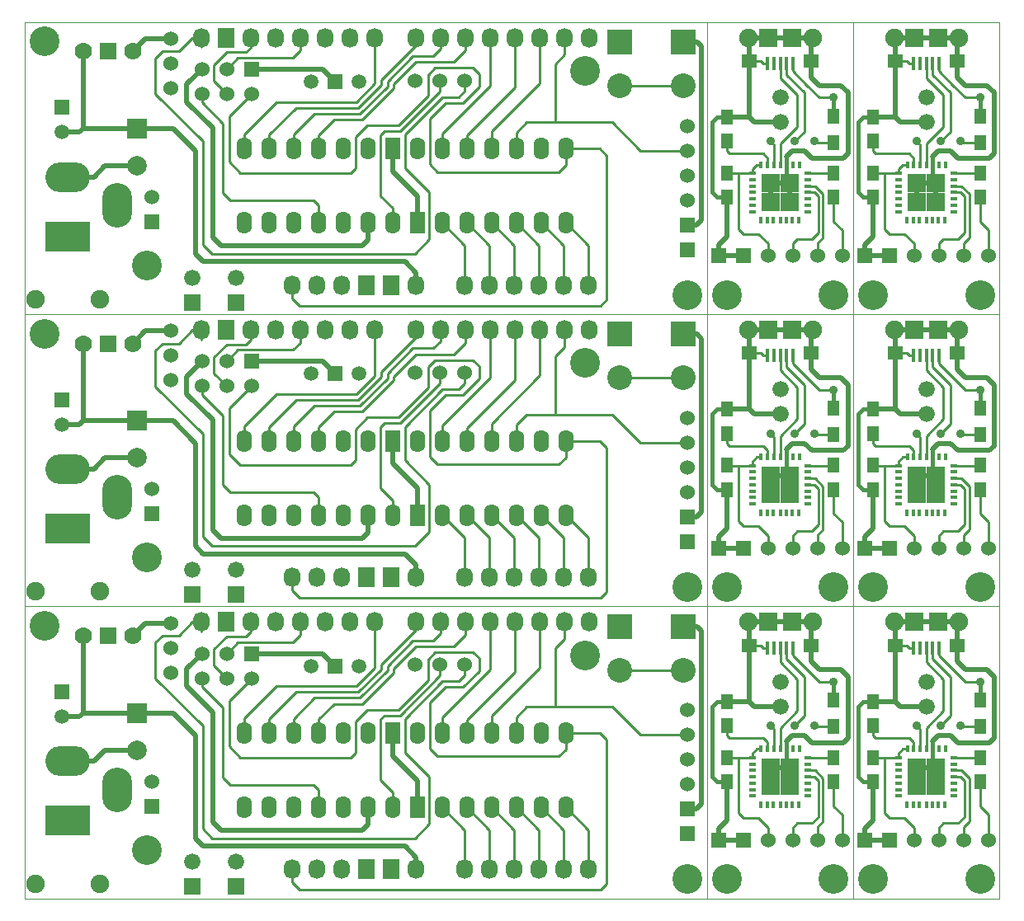
<source format=gtl>
G04 #@! TF.FileFunction,Copper,L1,Top,Signal*
%FSLAX46Y46*%
G04 Gerber Fmt 4.6, Leading zero omitted, Abs format (unit mm)*
G04 Created by KiCad (PCBNEW (2014-11-14 BZR 5284)-product) date Mon Dec  1 16:34:46 2014*
%MOMM*%
G01*
G04 APERTURE LIST*
%ADD10C,0.100000*%
%ADD11C,3.048000*%
%ADD12R,0.350520X0.800100*%
%ADD13R,0.800100X0.350520*%
%ADD14R,1.899920X1.899920*%
%ADD15R,1.300000X1.500000*%
%ADD16R,0.406400X1.371600*%
%ADD17R,1.600200X1.422400*%
%ADD18R,1.905000X1.905000*%
%ADD19C,1.905000*%
%ADD20R,1.524000X1.524000*%
%ADD21C,1.524000*%
%ADD22C,1.676400*%
%ADD23R,1.250000X1.500000*%
%ADD24C,1.778000*%
%ADD25R,1.778000X1.778000*%
%ADD26R,2.540000X2.540000*%
%ADD27C,2.540000*%
%ADD28R,4.572000X3.048000*%
%ADD29O,4.572000X3.048000*%
%ADD30O,3.048000X4.572000*%
%ADD31O,1.727200X2.032000*%
%ADD32R,1.727200X2.032000*%
%ADD33R,1.676400X1.676400*%
%ADD34O,1.574800X2.286000*%
%ADD35R,1.574800X2.286000*%
%ADD36C,1.501140*%
%ADD37R,1.501140X1.501140*%
%ADD38C,1.998980*%
%ADD39R,1.998980X1.998980*%
%ADD40C,0.900000*%
%ADD41C,0.500000*%
%ADD42C,0.400000*%
%ADD43C,0.250000*%
G04 APERTURE END LIST*
D10*
X115000000Y-120000000D02*
X115000000Y-90000000D01*
X115000000Y-90000000D02*
X130000000Y-90000000D01*
X130000000Y-90000000D02*
X130000000Y-120000000D01*
X130000000Y-120000000D02*
X115000000Y-120000000D01*
X115000000Y-120000000D02*
X100000000Y-120000000D01*
X115000000Y-90000000D02*
X115000000Y-120000000D01*
X100000000Y-90000000D02*
X115000000Y-90000000D01*
X100000000Y-120000000D02*
X100000000Y-90000000D01*
X30000000Y-120000000D02*
X30000000Y-90000000D01*
X100000000Y-120000000D02*
X30000000Y-120000000D01*
X100000000Y-90000000D02*
X100000000Y-120000000D01*
X30000000Y-90000000D02*
X100000000Y-90000000D01*
X30000000Y-60000000D02*
X100000000Y-60000000D01*
X100000000Y-60000000D02*
X100000000Y-90000000D01*
X100000000Y-90000000D02*
X30000000Y-90000000D01*
X30000000Y-90000000D02*
X30000000Y-60000000D01*
X100000000Y-90000000D02*
X100000000Y-60000000D01*
X100000000Y-60000000D02*
X115000000Y-60000000D01*
X115000000Y-60000000D02*
X115000000Y-90000000D01*
X115000000Y-90000000D02*
X100000000Y-90000000D01*
X130000000Y-90000000D02*
X115000000Y-90000000D01*
X130000000Y-60000000D02*
X130000000Y-90000000D01*
X115000000Y-60000000D02*
X130000000Y-60000000D01*
X115000000Y-90000000D02*
X115000000Y-60000000D01*
X115000000Y-60000000D02*
X115000000Y-30000000D01*
X115000000Y-30000000D02*
X130000000Y-30000000D01*
X130000000Y-30000000D02*
X130000000Y-60000000D01*
X130000000Y-60000000D02*
X115000000Y-60000000D01*
X115000000Y-60000000D02*
X100000000Y-60000000D01*
X115000000Y-30000000D02*
X115000000Y-60000000D01*
X100000000Y-30000000D02*
X115000000Y-30000000D01*
X100000000Y-60000000D02*
X100000000Y-30000000D01*
X30000000Y-60000000D02*
X30000000Y-30000000D01*
X100000000Y-60000000D02*
X30000000Y-60000000D01*
X100000000Y-30000000D02*
X100000000Y-60000000D01*
X30000000Y-30000000D02*
X100000000Y-30000000D01*
D11*
X117000000Y-118000000D03*
X128000000Y-118000000D03*
D12*
X123800480Y-104650120D03*
X123150240Y-104650120D03*
X122500000Y-104650120D03*
X121849760Y-104650120D03*
D13*
X119647580Y-105549280D03*
X119647580Y-106199520D03*
X119647580Y-106849760D03*
X119647580Y-107500000D03*
X119647580Y-108150240D03*
X119647580Y-108800480D03*
X119647580Y-109450720D03*
D12*
X124450720Y-104650120D03*
D14*
X121550040Y-106550040D03*
X123449960Y-106550040D03*
X123449960Y-108449960D03*
X121550040Y-108449960D03*
D12*
X120498480Y-110352420D03*
X121148720Y-110352420D03*
X121798960Y-110352420D03*
X122500000Y-110352420D03*
X123099440Y-110352420D03*
X123749680Y-110352420D03*
X124399920Y-110352420D03*
D13*
X125349880Y-109450720D03*
X125349880Y-108800480D03*
X125349880Y-108150240D03*
X125349880Y-107500000D03*
X125349880Y-106849760D03*
X125349880Y-106199520D03*
X125349880Y-105549280D03*
D12*
X121199520Y-104650120D03*
X120549280Y-104650120D03*
D15*
X128000000Y-99650000D03*
X128000000Y-102350000D03*
D16*
X122500000Y-94250000D03*
X121849760Y-94250000D03*
X121199520Y-94250000D03*
X123150240Y-94250000D03*
X123800480Y-94250000D03*
D17*
X125675000Y-93996000D03*
X119325000Y-93996000D03*
D18*
X123706500Y-91583000D03*
X121293500Y-91583000D03*
D19*
X125802000Y-91583000D03*
X119198000Y-91583000D03*
D20*
X116150000Y-114000000D03*
X118690000Y-114000000D03*
D21*
X121230000Y-114000000D03*
X123770000Y-114000000D03*
X126310000Y-114000000D03*
X128850000Y-114000000D03*
D22*
X122500000Y-97730000D03*
X122500000Y-100270000D03*
D23*
X128000000Y-105500000D03*
X128000000Y-108000000D03*
X117000000Y-102250000D03*
X117000000Y-99750000D03*
X117000000Y-105500000D03*
X117000000Y-108000000D03*
D24*
X35960000Y-93000000D03*
D25*
X38500000Y-93000000D03*
D24*
X41040000Y-93000000D03*
D26*
X97550000Y-92050000D03*
D27*
X91050000Y-96550000D03*
X97550000Y-96550000D03*
D26*
X91050000Y-92050000D03*
D11*
X98000000Y-118000000D03*
X42500000Y-115000000D03*
D28*
X34400000Y-112000000D03*
D29*
X34400000Y-105904000D03*
D30*
X39480000Y-108825000D03*
D21*
X48160000Y-97370000D03*
X48160000Y-94830000D03*
X50700000Y-97370000D03*
X50700000Y-94830000D03*
X53240000Y-97370000D03*
D20*
X53240000Y-94830000D03*
D31*
X65890000Y-91600000D03*
X63350000Y-91600000D03*
X60810000Y-91600000D03*
X58270000Y-91600000D03*
X55730000Y-91600000D03*
X53190000Y-91600000D03*
D32*
X50650000Y-91600000D03*
D31*
X48110000Y-91600000D03*
X87890000Y-91600000D03*
X85350000Y-91600000D03*
X82810000Y-91600000D03*
X80270000Y-91600000D03*
X77730000Y-91600000D03*
X75190000Y-91600000D03*
X72650000Y-91600000D03*
X70110000Y-91600000D03*
X75150000Y-117000000D03*
X77690000Y-117000000D03*
X80230000Y-117000000D03*
X82770000Y-117000000D03*
X85310000Y-117000000D03*
X87850000Y-117000000D03*
X57450000Y-117000000D03*
X59990000Y-117000000D03*
X62530000Y-117000000D03*
D32*
X65070000Y-117000000D03*
X67610000Y-117000000D03*
D31*
X70150000Y-117000000D03*
D21*
X45000000Y-91710000D03*
X45000000Y-94250000D03*
X45000000Y-96790000D03*
D22*
X51700000Y-116230000D03*
D33*
X51700000Y-118770000D03*
D22*
X47200000Y-116230000D03*
D33*
X47200000Y-118770000D03*
D34*
X82970000Y-102990000D03*
X80430000Y-102990000D03*
X77890000Y-102990000D03*
X75350000Y-102990000D03*
X72810000Y-102990000D03*
X70270000Y-102990000D03*
D35*
X67730000Y-102990000D03*
D34*
X65190000Y-102990000D03*
X62650000Y-102990000D03*
X60110000Y-102990000D03*
X57570000Y-102990000D03*
X55030000Y-102990000D03*
X52490000Y-102990000D03*
X85510000Y-102990000D03*
X52490000Y-110610000D03*
X55030000Y-110610000D03*
X57570000Y-110610000D03*
X60110000Y-110610000D03*
X62650000Y-110610000D03*
X65190000Y-110610000D03*
X67730000Y-110610000D03*
D35*
X70270000Y-110610000D03*
D34*
X72810000Y-110610000D03*
X75350000Y-110610000D03*
X77890000Y-110610000D03*
X80430000Y-110610000D03*
X82970000Y-110610000D03*
X85510000Y-110610000D03*
D20*
X98000000Y-113350000D03*
X98000000Y-110810000D03*
D21*
X98000000Y-108270000D03*
X98000000Y-105730000D03*
X98000000Y-103190000D03*
X98000000Y-100650000D03*
D19*
X37702000Y-118467000D03*
X31098000Y-118467000D03*
D36*
X64240940Y-96100000D03*
X59359060Y-96100000D03*
D37*
X61800000Y-96100000D03*
D38*
X41500000Y-104750000D03*
D39*
X41500000Y-100940000D03*
D11*
X32000000Y-92000000D03*
X87500000Y-95000000D03*
D21*
X70060000Y-96000000D03*
X72600000Y-96000000D03*
X75140000Y-96000000D03*
D37*
X33800000Y-98760000D03*
D36*
X33800000Y-101300000D03*
D23*
X102000000Y-105500000D03*
X102000000Y-108000000D03*
X102000000Y-102250000D03*
X102000000Y-99750000D03*
X113000000Y-105500000D03*
X113000000Y-108000000D03*
D22*
X107500000Y-97730000D03*
X107500000Y-100270000D03*
D20*
X101150000Y-114000000D03*
X103690000Y-114000000D03*
D21*
X106230000Y-114000000D03*
X108770000Y-114000000D03*
X111310000Y-114000000D03*
X113850000Y-114000000D03*
D16*
X107500000Y-94250000D03*
X106849760Y-94250000D03*
X106199520Y-94250000D03*
X108150240Y-94250000D03*
X108800480Y-94250000D03*
D17*
X110675000Y-93996000D03*
X104325000Y-93996000D03*
D18*
X108706500Y-91583000D03*
X106293500Y-91583000D03*
D19*
X110802000Y-91583000D03*
X104198000Y-91583000D03*
D15*
X113000000Y-99650000D03*
X113000000Y-102350000D03*
D12*
X108800480Y-104650120D03*
X108150240Y-104650120D03*
X107500000Y-104650120D03*
X106849760Y-104650120D03*
D13*
X104647580Y-105549280D03*
X104647580Y-106199520D03*
X104647580Y-106849760D03*
X104647580Y-107500000D03*
X104647580Y-108150240D03*
X104647580Y-108800480D03*
X104647580Y-109450720D03*
D12*
X109450720Y-104650120D03*
D14*
X106550040Y-106550040D03*
X108449960Y-106550040D03*
X108449960Y-108449960D03*
X106550040Y-108449960D03*
D12*
X105498480Y-110352420D03*
X106148720Y-110352420D03*
X106798960Y-110352420D03*
X107500000Y-110352420D03*
X108099440Y-110352420D03*
X108749680Y-110352420D03*
X109399920Y-110352420D03*
D13*
X110349880Y-109450720D03*
X110349880Y-108800480D03*
X110349880Y-108150240D03*
X110349880Y-107500000D03*
X110349880Y-106849760D03*
X110349880Y-106199520D03*
X110349880Y-105549280D03*
D12*
X106199520Y-104650120D03*
X105549280Y-104650120D03*
D11*
X113000000Y-118000000D03*
X102000000Y-118000000D03*
D20*
X43000000Y-110520000D03*
D21*
X43000000Y-107980000D03*
D20*
X43000000Y-80520000D03*
D21*
X43000000Y-77980000D03*
D11*
X102000000Y-88000000D03*
X113000000Y-88000000D03*
D12*
X108800480Y-74650120D03*
X108150240Y-74650120D03*
X107500000Y-74650120D03*
X106849760Y-74650120D03*
D13*
X104647580Y-75549280D03*
X104647580Y-76199520D03*
X104647580Y-76849760D03*
X104647580Y-77500000D03*
X104647580Y-78150240D03*
X104647580Y-78800480D03*
X104647580Y-79450720D03*
D12*
X109450720Y-74650120D03*
D14*
X106550040Y-76550040D03*
X108449960Y-76550040D03*
X108449960Y-78449960D03*
X106550040Y-78449960D03*
D12*
X105498480Y-80352420D03*
X106148720Y-80352420D03*
X106798960Y-80352420D03*
X107500000Y-80352420D03*
X108099440Y-80352420D03*
X108749680Y-80352420D03*
X109399920Y-80352420D03*
D13*
X110349880Y-79450720D03*
X110349880Y-78800480D03*
X110349880Y-78150240D03*
X110349880Y-77500000D03*
X110349880Y-76849760D03*
X110349880Y-76199520D03*
X110349880Y-75549280D03*
D12*
X106199520Y-74650120D03*
X105549280Y-74650120D03*
D15*
X113000000Y-69650000D03*
X113000000Y-72350000D03*
D16*
X107500000Y-64250000D03*
X106849760Y-64250000D03*
X106199520Y-64250000D03*
X108150240Y-64250000D03*
X108800480Y-64250000D03*
D17*
X110675000Y-63996000D03*
X104325000Y-63996000D03*
D18*
X108706500Y-61583000D03*
X106293500Y-61583000D03*
D19*
X110802000Y-61583000D03*
X104198000Y-61583000D03*
D20*
X101150000Y-84000000D03*
X103690000Y-84000000D03*
D21*
X106230000Y-84000000D03*
X108770000Y-84000000D03*
X111310000Y-84000000D03*
X113850000Y-84000000D03*
D22*
X107500000Y-67730000D03*
X107500000Y-70270000D03*
D23*
X113000000Y-75500000D03*
X113000000Y-78000000D03*
X102000000Y-72250000D03*
X102000000Y-69750000D03*
X102000000Y-75500000D03*
X102000000Y-78000000D03*
D37*
X33800000Y-68760000D03*
D36*
X33800000Y-71300000D03*
D21*
X70060000Y-66000000D03*
X72600000Y-66000000D03*
X75140000Y-66000000D03*
D11*
X87500000Y-65000000D03*
X32000000Y-62000000D03*
D38*
X41500000Y-74750000D03*
D39*
X41500000Y-70940000D03*
D36*
X64240940Y-66100000D03*
X59359060Y-66100000D03*
D37*
X61800000Y-66100000D03*
D19*
X37702000Y-88467000D03*
X31098000Y-88467000D03*
D20*
X98000000Y-83350000D03*
X98000000Y-80810000D03*
D21*
X98000000Y-78270000D03*
X98000000Y-75730000D03*
X98000000Y-73190000D03*
X98000000Y-70650000D03*
D34*
X82970000Y-72990000D03*
X80430000Y-72990000D03*
X77890000Y-72990000D03*
X75350000Y-72990000D03*
X72810000Y-72990000D03*
X70270000Y-72990000D03*
D35*
X67730000Y-72990000D03*
D34*
X65190000Y-72990000D03*
X62650000Y-72990000D03*
X60110000Y-72990000D03*
X57570000Y-72990000D03*
X55030000Y-72990000D03*
X52490000Y-72990000D03*
X85510000Y-72990000D03*
X52490000Y-80610000D03*
X55030000Y-80610000D03*
X57570000Y-80610000D03*
X60110000Y-80610000D03*
X62650000Y-80610000D03*
X65190000Y-80610000D03*
X67730000Y-80610000D03*
D35*
X70270000Y-80610000D03*
D34*
X72810000Y-80610000D03*
X75350000Y-80610000D03*
X77890000Y-80610000D03*
X80430000Y-80610000D03*
X82970000Y-80610000D03*
X85510000Y-80610000D03*
D22*
X47200000Y-86230000D03*
D33*
X47200000Y-88770000D03*
D22*
X51700000Y-86230000D03*
D33*
X51700000Y-88770000D03*
D21*
X45000000Y-61710000D03*
X45000000Y-64250000D03*
X45000000Y-66790000D03*
D31*
X57450000Y-87000000D03*
X59990000Y-87000000D03*
X62530000Y-87000000D03*
D32*
X65070000Y-87000000D03*
X67610000Y-87000000D03*
D31*
X70150000Y-87000000D03*
X75150000Y-87000000D03*
X77690000Y-87000000D03*
X80230000Y-87000000D03*
X82770000Y-87000000D03*
X85310000Y-87000000D03*
X87850000Y-87000000D03*
X87890000Y-61600000D03*
X85350000Y-61600000D03*
X82810000Y-61600000D03*
X80270000Y-61600000D03*
X77730000Y-61600000D03*
X75190000Y-61600000D03*
X72650000Y-61600000D03*
X70110000Y-61600000D03*
X65890000Y-61600000D03*
X63350000Y-61600000D03*
X60810000Y-61600000D03*
X58270000Y-61600000D03*
X55730000Y-61600000D03*
X53190000Y-61600000D03*
D32*
X50650000Y-61600000D03*
D31*
X48110000Y-61600000D03*
D21*
X48160000Y-67370000D03*
X48160000Y-64830000D03*
X50700000Y-67370000D03*
X50700000Y-64830000D03*
X53240000Y-67370000D03*
D20*
X53240000Y-64830000D03*
D28*
X34400000Y-82000000D03*
D29*
X34400000Y-75904000D03*
D30*
X39480000Y-78825000D03*
D11*
X42500000Y-85000000D03*
X98000000Y-88000000D03*
D26*
X97550000Y-62050000D03*
D27*
X91050000Y-66550000D03*
X97550000Y-66550000D03*
D26*
X91050000Y-62050000D03*
D24*
X35960000Y-63000000D03*
D25*
X38500000Y-63000000D03*
D24*
X41040000Y-63000000D03*
D23*
X117000000Y-75500000D03*
X117000000Y-78000000D03*
X117000000Y-72250000D03*
X117000000Y-69750000D03*
X128000000Y-75500000D03*
X128000000Y-78000000D03*
D22*
X122500000Y-67730000D03*
X122500000Y-70270000D03*
D20*
X116150000Y-84000000D03*
X118690000Y-84000000D03*
D21*
X121230000Y-84000000D03*
X123770000Y-84000000D03*
X126310000Y-84000000D03*
X128850000Y-84000000D03*
D16*
X122500000Y-64250000D03*
X121849760Y-64250000D03*
X121199520Y-64250000D03*
X123150240Y-64250000D03*
X123800480Y-64250000D03*
D17*
X125675000Y-63996000D03*
X119325000Y-63996000D03*
D18*
X123706500Y-61583000D03*
X121293500Y-61583000D03*
D19*
X125802000Y-61583000D03*
X119198000Y-61583000D03*
D15*
X128000000Y-69650000D03*
X128000000Y-72350000D03*
D12*
X123800480Y-74650120D03*
X123150240Y-74650120D03*
X122500000Y-74650120D03*
X121849760Y-74650120D03*
D13*
X119647580Y-75549280D03*
X119647580Y-76199520D03*
X119647580Y-76849760D03*
X119647580Y-77500000D03*
X119647580Y-78150240D03*
X119647580Y-78800480D03*
X119647580Y-79450720D03*
D12*
X124450720Y-74650120D03*
D14*
X121550040Y-76550040D03*
X123449960Y-76550040D03*
X123449960Y-78449960D03*
X121550040Y-78449960D03*
D12*
X120498480Y-80352420D03*
X121148720Y-80352420D03*
X121798960Y-80352420D03*
X122500000Y-80352420D03*
X123099440Y-80352420D03*
X123749680Y-80352420D03*
X124399920Y-80352420D03*
D13*
X125349880Y-79450720D03*
X125349880Y-78800480D03*
X125349880Y-78150240D03*
X125349880Y-77500000D03*
X125349880Y-76849760D03*
X125349880Y-76199520D03*
X125349880Y-75549280D03*
D12*
X121199520Y-74650120D03*
X120549280Y-74650120D03*
D11*
X128000000Y-88000000D03*
X117000000Y-88000000D03*
X117000000Y-58000000D03*
X128000000Y-58000000D03*
D12*
X123800480Y-44650120D03*
X123150240Y-44650120D03*
X122500000Y-44650120D03*
X121849760Y-44650120D03*
D13*
X119647580Y-45549280D03*
X119647580Y-46199520D03*
X119647580Y-46849760D03*
X119647580Y-47500000D03*
X119647580Y-48150240D03*
X119647580Y-48800480D03*
X119647580Y-49450720D03*
D12*
X124450720Y-44650120D03*
D14*
X121550040Y-46550040D03*
X123449960Y-46550040D03*
X123449960Y-48449960D03*
X121550040Y-48449960D03*
D12*
X120498480Y-50352420D03*
X121148720Y-50352420D03*
X121798960Y-50352420D03*
X122500000Y-50352420D03*
X123099440Y-50352420D03*
X123749680Y-50352420D03*
X124399920Y-50352420D03*
D13*
X125349880Y-49450720D03*
X125349880Y-48800480D03*
X125349880Y-48150240D03*
X125349880Y-47500000D03*
X125349880Y-46849760D03*
X125349880Y-46199520D03*
X125349880Y-45549280D03*
D12*
X121199520Y-44650120D03*
X120549280Y-44650120D03*
D15*
X128000000Y-39650000D03*
X128000000Y-42350000D03*
D16*
X122500000Y-34250000D03*
X121849760Y-34250000D03*
X121199520Y-34250000D03*
X123150240Y-34250000D03*
X123800480Y-34250000D03*
D17*
X125675000Y-33996000D03*
X119325000Y-33996000D03*
D18*
X123706500Y-31583000D03*
X121293500Y-31583000D03*
D19*
X125802000Y-31583000D03*
X119198000Y-31583000D03*
D20*
X116150000Y-54000000D03*
X118690000Y-54000000D03*
D21*
X121230000Y-54000000D03*
X123770000Y-54000000D03*
X126310000Y-54000000D03*
X128850000Y-54000000D03*
D22*
X122500000Y-37730000D03*
X122500000Y-40270000D03*
D23*
X128000000Y-45500000D03*
X128000000Y-48000000D03*
X117000000Y-42250000D03*
X117000000Y-39750000D03*
X117000000Y-45500000D03*
X117000000Y-48000000D03*
D24*
X35960000Y-33000000D03*
D25*
X38500000Y-33000000D03*
D24*
X41040000Y-33000000D03*
D26*
X97550000Y-32050000D03*
D27*
X91050000Y-36550000D03*
X97550000Y-36550000D03*
D26*
X91050000Y-32050000D03*
D11*
X98000000Y-58000000D03*
X42500000Y-55000000D03*
D28*
X34400000Y-52000000D03*
D29*
X34400000Y-45904000D03*
D30*
X39480000Y-48825000D03*
D21*
X48160000Y-37370000D03*
X48160000Y-34830000D03*
X50700000Y-37370000D03*
X50700000Y-34830000D03*
X53240000Y-37370000D03*
D20*
X53240000Y-34830000D03*
D31*
X65890000Y-31600000D03*
X63350000Y-31600000D03*
X60810000Y-31600000D03*
X58270000Y-31600000D03*
X55730000Y-31600000D03*
X53190000Y-31600000D03*
D32*
X50650000Y-31600000D03*
D31*
X48110000Y-31600000D03*
X87890000Y-31600000D03*
X85350000Y-31600000D03*
X82810000Y-31600000D03*
X80270000Y-31600000D03*
X77730000Y-31600000D03*
X75190000Y-31600000D03*
X72650000Y-31600000D03*
X70110000Y-31600000D03*
X75150000Y-57000000D03*
X77690000Y-57000000D03*
X80230000Y-57000000D03*
X82770000Y-57000000D03*
X85310000Y-57000000D03*
X87850000Y-57000000D03*
X57450000Y-57000000D03*
X59990000Y-57000000D03*
X62530000Y-57000000D03*
D32*
X65070000Y-57000000D03*
X67610000Y-57000000D03*
D31*
X70150000Y-57000000D03*
D21*
X45000000Y-31710000D03*
X45000000Y-34250000D03*
X45000000Y-36790000D03*
D22*
X51700000Y-56230000D03*
D33*
X51700000Y-58770000D03*
D22*
X47200000Y-56230000D03*
D33*
X47200000Y-58770000D03*
D34*
X82970000Y-42990000D03*
X80430000Y-42990000D03*
X77890000Y-42990000D03*
X75350000Y-42990000D03*
X72810000Y-42990000D03*
X70270000Y-42990000D03*
D35*
X67730000Y-42990000D03*
D34*
X65190000Y-42990000D03*
X62650000Y-42990000D03*
X60110000Y-42990000D03*
X57570000Y-42990000D03*
X55030000Y-42990000D03*
X52490000Y-42990000D03*
X85510000Y-42990000D03*
X52490000Y-50610000D03*
X55030000Y-50610000D03*
X57570000Y-50610000D03*
X60110000Y-50610000D03*
X62650000Y-50610000D03*
X65190000Y-50610000D03*
X67730000Y-50610000D03*
D35*
X70270000Y-50610000D03*
D34*
X72810000Y-50610000D03*
X75350000Y-50610000D03*
X77890000Y-50610000D03*
X80430000Y-50610000D03*
X82970000Y-50610000D03*
X85510000Y-50610000D03*
D20*
X98000000Y-53350000D03*
X98000000Y-50810000D03*
D21*
X98000000Y-48270000D03*
X98000000Y-45730000D03*
X98000000Y-43190000D03*
X98000000Y-40650000D03*
D19*
X37702000Y-58467000D03*
X31098000Y-58467000D03*
D36*
X64240940Y-36100000D03*
X59359060Y-36100000D03*
D37*
X61800000Y-36100000D03*
D38*
X41500000Y-44750000D03*
D39*
X41500000Y-40940000D03*
D11*
X32000000Y-32000000D03*
X87500000Y-35000000D03*
D21*
X70060000Y-36000000D03*
X72600000Y-36000000D03*
X75140000Y-36000000D03*
D37*
X33800000Y-38760000D03*
D36*
X33800000Y-41300000D03*
D23*
X102000000Y-45500000D03*
X102000000Y-48000000D03*
X102000000Y-42250000D03*
X102000000Y-39750000D03*
X113000000Y-45500000D03*
X113000000Y-48000000D03*
D22*
X107500000Y-37730000D03*
X107500000Y-40270000D03*
D20*
X101150000Y-54000000D03*
X103690000Y-54000000D03*
D21*
X106230000Y-54000000D03*
X108770000Y-54000000D03*
X111310000Y-54000000D03*
X113850000Y-54000000D03*
D16*
X107500000Y-34250000D03*
X106849760Y-34250000D03*
X106199520Y-34250000D03*
X108150240Y-34250000D03*
X108800480Y-34250000D03*
D17*
X110675000Y-33996000D03*
X104325000Y-33996000D03*
D18*
X108706500Y-31583000D03*
X106293500Y-31583000D03*
D19*
X110802000Y-31583000D03*
X104198000Y-31583000D03*
D15*
X113000000Y-39650000D03*
X113000000Y-42350000D03*
D12*
X108800480Y-44650120D03*
X108150240Y-44650120D03*
X107500000Y-44650120D03*
X106849760Y-44650120D03*
D13*
X104647580Y-45549280D03*
X104647580Y-46199520D03*
X104647580Y-46849760D03*
X104647580Y-47500000D03*
X104647580Y-48150240D03*
X104647580Y-48800480D03*
X104647580Y-49450720D03*
D12*
X109450720Y-44650120D03*
D14*
X106550040Y-46550040D03*
X108449960Y-46550040D03*
X108449960Y-48449960D03*
X106550040Y-48449960D03*
D12*
X105498480Y-50352420D03*
X106148720Y-50352420D03*
X106798960Y-50352420D03*
X107500000Y-50352420D03*
X108099440Y-50352420D03*
X108749680Y-50352420D03*
X109399920Y-50352420D03*
D13*
X110349880Y-49450720D03*
X110349880Y-48800480D03*
X110349880Y-48150240D03*
X110349880Y-47500000D03*
X110349880Y-46849760D03*
X110349880Y-46199520D03*
X110349880Y-45549280D03*
D12*
X106199520Y-44650120D03*
X105549280Y-44650120D03*
D11*
X113000000Y-58000000D03*
X102000000Y-58000000D03*
D20*
X43000000Y-50520000D03*
D21*
X43000000Y-47980000D03*
D40*
X113000000Y-37750000D03*
X128000000Y-37750000D03*
X128000000Y-67750000D03*
X113000000Y-67750000D03*
X113000000Y-97750000D03*
X128000000Y-97750000D03*
X111000000Y-42250000D03*
X126000000Y-42250000D03*
X126000000Y-72250000D03*
X111000000Y-72250000D03*
X111000000Y-102250000D03*
X126000000Y-102250000D03*
X109000000Y-42250000D03*
X106500000Y-42250000D03*
X121500000Y-42250000D03*
X124000000Y-42250000D03*
X124000000Y-72250000D03*
X121500000Y-72250000D03*
X106500000Y-72250000D03*
X109000000Y-72250000D03*
X109000000Y-102250000D03*
X106500000Y-102250000D03*
X121500000Y-102250000D03*
X124000000Y-102250000D03*
D41*
X49250000Y-40850000D02*
X46600000Y-38200000D01*
X46600000Y-38200000D02*
X46600000Y-36390000D01*
X46600000Y-36390000D02*
X48160000Y-34830000D01*
X65190000Y-50610000D02*
X65190000Y-52410000D01*
X49250000Y-52150000D02*
X49250000Y-40850000D01*
X50100000Y-53000000D02*
X49250000Y-52150000D01*
X64600000Y-53000000D02*
X50100000Y-53000000D01*
X65190000Y-52410000D02*
X64600000Y-53000000D01*
X65190000Y-82410000D02*
X64600000Y-83000000D01*
X64600000Y-83000000D02*
X50100000Y-83000000D01*
X50100000Y-83000000D02*
X49250000Y-82150000D01*
X49250000Y-82150000D02*
X49250000Y-70850000D01*
X65190000Y-80610000D02*
X65190000Y-82410000D01*
X46600000Y-66390000D02*
X48160000Y-64830000D01*
X46600000Y-68200000D02*
X46600000Y-66390000D01*
X49250000Y-70850000D02*
X46600000Y-68200000D01*
X49250000Y-100850000D02*
X46600000Y-98200000D01*
X46600000Y-98200000D02*
X46600000Y-96390000D01*
X46600000Y-96390000D02*
X48160000Y-94830000D01*
X65190000Y-110610000D02*
X65190000Y-112410000D01*
X49250000Y-112150000D02*
X49250000Y-100850000D01*
X50100000Y-113000000D02*
X49250000Y-112150000D01*
X64600000Y-113000000D02*
X50100000Y-113000000D01*
X65190000Y-112410000D02*
X64600000Y-113000000D01*
D42*
X102000000Y-39750000D02*
X101000000Y-39750000D01*
X101000000Y-48000000D02*
X102000000Y-48000000D01*
X100500000Y-47500000D02*
X101000000Y-48000000D01*
X100500000Y-40250000D02*
X100500000Y-47500000D01*
X101000000Y-39750000D02*
X100500000Y-40250000D01*
D41*
X102000000Y-39750000D02*
X104325000Y-39750000D01*
D43*
X106199520Y-34250000D02*
X105750000Y-34250000D01*
X105496000Y-33996000D02*
X104325000Y-33996000D01*
X105750000Y-34250000D02*
X105496000Y-33996000D01*
D41*
X107500000Y-40270000D02*
X104845000Y-40270000D01*
X104845000Y-40270000D02*
X104325000Y-39750000D01*
X61800000Y-36100000D02*
X60530000Y-34830000D01*
X60530000Y-34830000D02*
X53240000Y-34830000D01*
X70270000Y-47870000D02*
X70270000Y-50610000D01*
X67730000Y-45330000D02*
X70270000Y-47870000D01*
X67730000Y-42990000D02*
X67730000Y-45330000D01*
X98950000Y-32050000D02*
X99400000Y-32500000D01*
X99400000Y-32500000D02*
X99400000Y-50300000D01*
X99400000Y-50300000D02*
X98890000Y-50810000D01*
X98890000Y-50810000D02*
X98000000Y-50810000D01*
X97550000Y-32050000D02*
X98950000Y-32050000D01*
X110675000Y-31710000D02*
X110802000Y-31583000D01*
X110675000Y-33996000D02*
X110675000Y-31710000D01*
X108706500Y-31583000D02*
X110802000Y-31583000D01*
X108706500Y-31583000D02*
X106293500Y-31583000D01*
X106293500Y-31583000D02*
X104198000Y-31583000D01*
X104325000Y-31710000D02*
X104198000Y-31583000D01*
X104325000Y-33996000D02*
X104325000Y-31710000D01*
X104325000Y-33996000D02*
X104325000Y-39750000D01*
X106550040Y-48449960D02*
X106550040Y-46550040D01*
X106550040Y-46550040D02*
X108449960Y-46550040D01*
X108449960Y-46550040D02*
X108449960Y-48449960D01*
D42*
X108150240Y-46250320D02*
X108449960Y-46550040D01*
X108150240Y-44650120D02*
X108150240Y-46250320D01*
D41*
X101150000Y-54000000D02*
X103690000Y-54000000D01*
X102000000Y-52000000D02*
X101150000Y-52850000D01*
X101150000Y-52850000D02*
X101150000Y-54000000D01*
X102000000Y-48000000D02*
X102000000Y-52000000D01*
X114500000Y-43500000D02*
X114500000Y-37250000D01*
D42*
X108150240Y-44650120D02*
X108150240Y-43849760D01*
D41*
X110750000Y-44000000D02*
X113750000Y-44000000D01*
X110000000Y-43250000D02*
X110750000Y-44000000D01*
X108750000Y-43250000D02*
X110000000Y-43250000D01*
X108150240Y-43849760D02*
X108750000Y-43250000D01*
X114000000Y-44000000D02*
X114500000Y-43500000D01*
X113750000Y-44000000D02*
X114000000Y-44000000D01*
X110675000Y-35675000D02*
X111500000Y-36500000D01*
X111500000Y-36500000D02*
X113750000Y-36500000D01*
X113750000Y-36500000D02*
X114500000Y-37250000D01*
X110675000Y-33996000D02*
X110675000Y-35675000D01*
X125675000Y-33996000D02*
X125675000Y-35675000D01*
X128750000Y-36500000D02*
X129500000Y-37250000D01*
X126500000Y-36500000D02*
X128750000Y-36500000D01*
X125675000Y-35675000D02*
X126500000Y-36500000D01*
X128750000Y-44000000D02*
X129000000Y-44000000D01*
X129000000Y-44000000D02*
X129500000Y-43500000D01*
X123150240Y-43849760D02*
X123750000Y-43250000D01*
X123750000Y-43250000D02*
X125000000Y-43250000D01*
X125000000Y-43250000D02*
X125750000Y-44000000D01*
X125750000Y-44000000D02*
X128750000Y-44000000D01*
D42*
X123150240Y-44650120D02*
X123150240Y-43849760D01*
D41*
X129500000Y-43500000D02*
X129500000Y-37250000D01*
X117000000Y-48000000D02*
X117000000Y-52000000D01*
X116150000Y-52850000D02*
X116150000Y-54000000D01*
X117000000Y-52000000D02*
X116150000Y-52850000D01*
X116150000Y-54000000D02*
X118690000Y-54000000D01*
D42*
X123150240Y-44650120D02*
X123150240Y-46250320D01*
X123150240Y-46250320D02*
X123449960Y-46550040D01*
D41*
X123449960Y-46550040D02*
X123449960Y-48449960D01*
X121550040Y-46550040D02*
X123449960Y-46550040D01*
X121550040Y-48449960D02*
X121550040Y-46550040D01*
X119325000Y-33996000D02*
X119325000Y-39750000D01*
X119325000Y-33996000D02*
X119325000Y-31710000D01*
X119325000Y-31710000D02*
X119198000Y-31583000D01*
X121293500Y-31583000D02*
X119198000Y-31583000D01*
X123706500Y-31583000D02*
X121293500Y-31583000D01*
X123706500Y-31583000D02*
X125802000Y-31583000D01*
X125675000Y-33996000D02*
X125675000Y-31710000D01*
X125675000Y-31710000D02*
X125802000Y-31583000D01*
X119845000Y-40270000D02*
X119325000Y-39750000D01*
X122500000Y-40270000D02*
X119845000Y-40270000D01*
D43*
X120750000Y-34250000D02*
X120496000Y-33996000D01*
X120496000Y-33996000D02*
X119325000Y-33996000D01*
X121199520Y-34250000D02*
X120750000Y-34250000D01*
D41*
X117000000Y-39750000D02*
X119325000Y-39750000D01*
D42*
X116000000Y-39750000D02*
X115500000Y-40250000D01*
X115500000Y-40250000D02*
X115500000Y-47500000D01*
X115500000Y-47500000D02*
X116000000Y-48000000D01*
X116000000Y-48000000D02*
X117000000Y-48000000D01*
X117000000Y-39750000D02*
X116000000Y-39750000D01*
X117000000Y-69750000D02*
X116000000Y-69750000D01*
X116000000Y-78000000D02*
X117000000Y-78000000D01*
X115500000Y-77500000D02*
X116000000Y-78000000D01*
X115500000Y-70250000D02*
X115500000Y-77500000D01*
X116000000Y-69750000D02*
X115500000Y-70250000D01*
D41*
X117000000Y-69750000D02*
X119325000Y-69750000D01*
D43*
X121199520Y-64250000D02*
X120750000Y-64250000D01*
X120496000Y-63996000D02*
X119325000Y-63996000D01*
X120750000Y-64250000D02*
X120496000Y-63996000D01*
D41*
X122500000Y-70270000D02*
X119845000Y-70270000D01*
X119845000Y-70270000D02*
X119325000Y-69750000D01*
X125675000Y-61710000D02*
X125802000Y-61583000D01*
X125675000Y-63996000D02*
X125675000Y-61710000D01*
X123706500Y-61583000D02*
X125802000Y-61583000D01*
X123706500Y-61583000D02*
X121293500Y-61583000D01*
X121293500Y-61583000D02*
X119198000Y-61583000D01*
X119325000Y-61710000D02*
X119198000Y-61583000D01*
X119325000Y-63996000D02*
X119325000Y-61710000D01*
X119325000Y-63996000D02*
X119325000Y-69750000D01*
X121550040Y-78449960D02*
X121550040Y-76550040D01*
X121550040Y-76550040D02*
X123449960Y-76550040D01*
X123449960Y-76550040D02*
X123449960Y-78449960D01*
D42*
X123150240Y-76250320D02*
X123449960Y-76550040D01*
X123150240Y-74650120D02*
X123150240Y-76250320D01*
D41*
X116150000Y-84000000D02*
X118690000Y-84000000D01*
X117000000Y-82000000D02*
X116150000Y-82850000D01*
X116150000Y-82850000D02*
X116150000Y-84000000D01*
X117000000Y-78000000D02*
X117000000Y-82000000D01*
X129500000Y-73500000D02*
X129500000Y-67250000D01*
D42*
X123150240Y-74650120D02*
X123150240Y-73849760D01*
D41*
X125750000Y-74000000D02*
X128750000Y-74000000D01*
X125000000Y-73250000D02*
X125750000Y-74000000D01*
X123750000Y-73250000D02*
X125000000Y-73250000D01*
X123150240Y-73849760D02*
X123750000Y-73250000D01*
X129000000Y-74000000D02*
X129500000Y-73500000D01*
X128750000Y-74000000D02*
X129000000Y-74000000D01*
X125675000Y-65675000D02*
X126500000Y-66500000D01*
X126500000Y-66500000D02*
X128750000Y-66500000D01*
X128750000Y-66500000D02*
X129500000Y-67250000D01*
X125675000Y-63996000D02*
X125675000Y-65675000D01*
X110675000Y-63996000D02*
X110675000Y-65675000D01*
X113750000Y-66500000D02*
X114500000Y-67250000D01*
X111500000Y-66500000D02*
X113750000Y-66500000D01*
X110675000Y-65675000D02*
X111500000Y-66500000D01*
X113750000Y-74000000D02*
X114000000Y-74000000D01*
X114000000Y-74000000D02*
X114500000Y-73500000D01*
X108150240Y-73849760D02*
X108750000Y-73250000D01*
X108750000Y-73250000D02*
X110000000Y-73250000D01*
X110000000Y-73250000D02*
X110750000Y-74000000D01*
X110750000Y-74000000D02*
X113750000Y-74000000D01*
D42*
X108150240Y-74650120D02*
X108150240Y-73849760D01*
D41*
X114500000Y-73500000D02*
X114500000Y-67250000D01*
X102000000Y-78000000D02*
X102000000Y-82000000D01*
X101150000Y-82850000D02*
X101150000Y-84000000D01*
X102000000Y-82000000D02*
X101150000Y-82850000D01*
X101150000Y-84000000D02*
X103690000Y-84000000D01*
D42*
X108150240Y-74650120D02*
X108150240Y-76250320D01*
X108150240Y-76250320D02*
X108449960Y-76550040D01*
D41*
X108449960Y-76550040D02*
X108449960Y-78449960D01*
X106550040Y-76550040D02*
X108449960Y-76550040D01*
X106550040Y-78449960D02*
X106550040Y-76550040D01*
X104325000Y-63996000D02*
X104325000Y-69750000D01*
X104325000Y-63996000D02*
X104325000Y-61710000D01*
X104325000Y-61710000D02*
X104198000Y-61583000D01*
X106293500Y-61583000D02*
X104198000Y-61583000D01*
X108706500Y-61583000D02*
X106293500Y-61583000D01*
X108706500Y-61583000D02*
X110802000Y-61583000D01*
X110675000Y-63996000D02*
X110675000Y-61710000D01*
X110675000Y-61710000D02*
X110802000Y-61583000D01*
X97550000Y-62050000D02*
X98950000Y-62050000D01*
X98890000Y-80810000D02*
X98000000Y-80810000D01*
X99400000Y-80300000D02*
X98890000Y-80810000D01*
X99400000Y-62500000D02*
X99400000Y-80300000D01*
X98950000Y-62050000D02*
X99400000Y-62500000D01*
X67730000Y-72990000D02*
X67730000Y-75330000D01*
X67730000Y-75330000D02*
X70270000Y-77870000D01*
X70270000Y-77870000D02*
X70270000Y-80610000D01*
X60530000Y-64830000D02*
X53240000Y-64830000D01*
X61800000Y-66100000D02*
X60530000Y-64830000D01*
X104845000Y-70270000D02*
X104325000Y-69750000D01*
X107500000Y-70270000D02*
X104845000Y-70270000D01*
D43*
X105750000Y-64250000D02*
X105496000Y-63996000D01*
X105496000Y-63996000D02*
X104325000Y-63996000D01*
X106199520Y-64250000D02*
X105750000Y-64250000D01*
D41*
X102000000Y-69750000D02*
X104325000Y-69750000D01*
D42*
X101000000Y-69750000D02*
X100500000Y-70250000D01*
X100500000Y-70250000D02*
X100500000Y-77500000D01*
X100500000Y-77500000D02*
X101000000Y-78000000D01*
X101000000Y-78000000D02*
X102000000Y-78000000D01*
X102000000Y-69750000D02*
X101000000Y-69750000D01*
X102000000Y-99750000D02*
X101000000Y-99750000D01*
X101000000Y-108000000D02*
X102000000Y-108000000D01*
X100500000Y-107500000D02*
X101000000Y-108000000D01*
X100500000Y-100250000D02*
X100500000Y-107500000D01*
X101000000Y-99750000D02*
X100500000Y-100250000D01*
D41*
X102000000Y-99750000D02*
X104325000Y-99750000D01*
D43*
X106199520Y-94250000D02*
X105750000Y-94250000D01*
X105496000Y-93996000D02*
X104325000Y-93996000D01*
X105750000Y-94250000D02*
X105496000Y-93996000D01*
D41*
X107500000Y-100270000D02*
X104845000Y-100270000D01*
X104845000Y-100270000D02*
X104325000Y-99750000D01*
X61800000Y-96100000D02*
X60530000Y-94830000D01*
X60530000Y-94830000D02*
X53240000Y-94830000D01*
X70270000Y-107870000D02*
X70270000Y-110610000D01*
X67730000Y-105330000D02*
X70270000Y-107870000D01*
X67730000Y-102990000D02*
X67730000Y-105330000D01*
X98950000Y-92050000D02*
X99400000Y-92500000D01*
X99400000Y-92500000D02*
X99400000Y-110300000D01*
X99400000Y-110300000D02*
X98890000Y-110810000D01*
X98890000Y-110810000D02*
X98000000Y-110810000D01*
X97550000Y-92050000D02*
X98950000Y-92050000D01*
X110675000Y-91710000D02*
X110802000Y-91583000D01*
X110675000Y-93996000D02*
X110675000Y-91710000D01*
X108706500Y-91583000D02*
X110802000Y-91583000D01*
X108706500Y-91583000D02*
X106293500Y-91583000D01*
X106293500Y-91583000D02*
X104198000Y-91583000D01*
X104325000Y-91710000D02*
X104198000Y-91583000D01*
X104325000Y-93996000D02*
X104325000Y-91710000D01*
X104325000Y-93996000D02*
X104325000Y-99750000D01*
X106550040Y-108449960D02*
X106550040Y-106550040D01*
X106550040Y-106550040D02*
X108449960Y-106550040D01*
X108449960Y-106550040D02*
X108449960Y-108449960D01*
D42*
X108150240Y-106250320D02*
X108449960Y-106550040D01*
X108150240Y-104650120D02*
X108150240Y-106250320D01*
D41*
X101150000Y-114000000D02*
X103690000Y-114000000D01*
X102000000Y-112000000D02*
X101150000Y-112850000D01*
X101150000Y-112850000D02*
X101150000Y-114000000D01*
X102000000Y-108000000D02*
X102000000Y-112000000D01*
X114500000Y-103500000D02*
X114500000Y-97250000D01*
D42*
X108150240Y-104650120D02*
X108150240Y-103849760D01*
D41*
X110750000Y-104000000D02*
X113750000Y-104000000D01*
X110000000Y-103250000D02*
X110750000Y-104000000D01*
X108750000Y-103250000D02*
X110000000Y-103250000D01*
X108150240Y-103849760D02*
X108750000Y-103250000D01*
X114000000Y-104000000D02*
X114500000Y-103500000D01*
X113750000Y-104000000D02*
X114000000Y-104000000D01*
X110675000Y-95675000D02*
X111500000Y-96500000D01*
X111500000Y-96500000D02*
X113750000Y-96500000D01*
X113750000Y-96500000D02*
X114500000Y-97250000D01*
X110675000Y-93996000D02*
X110675000Y-95675000D01*
X125675000Y-93996000D02*
X125675000Y-95675000D01*
X128750000Y-96500000D02*
X129500000Y-97250000D01*
X126500000Y-96500000D02*
X128750000Y-96500000D01*
X125675000Y-95675000D02*
X126500000Y-96500000D01*
X128750000Y-104000000D02*
X129000000Y-104000000D01*
X129000000Y-104000000D02*
X129500000Y-103500000D01*
X123150240Y-103849760D02*
X123750000Y-103250000D01*
X123750000Y-103250000D02*
X125000000Y-103250000D01*
X125000000Y-103250000D02*
X125750000Y-104000000D01*
X125750000Y-104000000D02*
X128750000Y-104000000D01*
D42*
X123150240Y-104650120D02*
X123150240Y-103849760D01*
D41*
X129500000Y-103500000D02*
X129500000Y-97250000D01*
X117000000Y-108000000D02*
X117000000Y-112000000D01*
X116150000Y-112850000D02*
X116150000Y-114000000D01*
X117000000Y-112000000D02*
X116150000Y-112850000D01*
X116150000Y-114000000D02*
X118690000Y-114000000D01*
D42*
X123150240Y-104650120D02*
X123150240Y-106250320D01*
X123150240Y-106250320D02*
X123449960Y-106550040D01*
D41*
X123449960Y-106550040D02*
X123449960Y-108449960D01*
X121550040Y-106550040D02*
X123449960Y-106550040D01*
X121550040Y-108449960D02*
X121550040Y-106550040D01*
X119325000Y-93996000D02*
X119325000Y-99750000D01*
X119325000Y-93996000D02*
X119325000Y-91710000D01*
X119325000Y-91710000D02*
X119198000Y-91583000D01*
X121293500Y-91583000D02*
X119198000Y-91583000D01*
X123706500Y-91583000D02*
X121293500Y-91583000D01*
X123706500Y-91583000D02*
X125802000Y-91583000D01*
X125675000Y-93996000D02*
X125675000Y-91710000D01*
X125675000Y-91710000D02*
X125802000Y-91583000D01*
X119845000Y-100270000D02*
X119325000Y-99750000D01*
X122500000Y-100270000D02*
X119845000Y-100270000D01*
D43*
X120750000Y-94250000D02*
X120496000Y-93996000D01*
X120496000Y-93996000D02*
X119325000Y-93996000D01*
X121199520Y-94250000D02*
X120750000Y-94250000D01*
D41*
X117000000Y-99750000D02*
X119325000Y-99750000D01*
D42*
X116000000Y-99750000D02*
X115500000Y-100250000D01*
X115500000Y-100250000D02*
X115500000Y-107500000D01*
X115500000Y-107500000D02*
X116000000Y-108000000D01*
X116000000Y-108000000D02*
X117000000Y-108000000D01*
X117000000Y-99750000D02*
X116000000Y-99750000D01*
D41*
X48300000Y-54600000D02*
X69000000Y-54600000D01*
X48300000Y-54600000D02*
X47500000Y-53800000D01*
X47500000Y-53800000D02*
X47500000Y-43250000D01*
X47500000Y-43250000D02*
X45190000Y-40940000D01*
X41500000Y-40940000D02*
X45190000Y-40940000D01*
X70150000Y-55750000D02*
X70150000Y-57000000D01*
X69000000Y-54600000D02*
X70150000Y-55750000D01*
X35960000Y-33000000D02*
X35960000Y-40940000D01*
X41500000Y-40940000D02*
X35960000Y-40940000D01*
X35600000Y-41300000D02*
X35960000Y-40940000D01*
X33800000Y-41300000D02*
X35600000Y-41300000D01*
X33800000Y-71300000D02*
X35600000Y-71300000D01*
X35600000Y-71300000D02*
X35960000Y-70940000D01*
X41500000Y-70940000D02*
X35960000Y-70940000D01*
X35960000Y-63000000D02*
X35960000Y-70940000D01*
X69000000Y-84600000D02*
X70150000Y-85750000D01*
X70150000Y-85750000D02*
X70150000Y-87000000D01*
X41500000Y-70940000D02*
X45190000Y-70940000D01*
X47500000Y-73250000D02*
X45190000Y-70940000D01*
X47500000Y-83800000D02*
X47500000Y-73250000D01*
X48300000Y-84600000D02*
X47500000Y-83800000D01*
X48300000Y-84600000D02*
X69000000Y-84600000D01*
X48300000Y-114600000D02*
X69000000Y-114600000D01*
X48300000Y-114600000D02*
X47500000Y-113800000D01*
X47500000Y-113800000D02*
X47500000Y-103250000D01*
X47500000Y-103250000D02*
X45190000Y-100940000D01*
X41500000Y-100940000D02*
X45190000Y-100940000D01*
X70150000Y-115750000D02*
X70150000Y-117000000D01*
X69000000Y-114600000D02*
X70150000Y-115750000D01*
X35960000Y-93000000D02*
X35960000Y-100940000D01*
X41500000Y-100940000D02*
X35960000Y-100940000D01*
X35600000Y-101300000D02*
X35960000Y-100940000D01*
X33800000Y-101300000D02*
X35600000Y-101300000D01*
D43*
X89100000Y-59100000D02*
X58200000Y-59100000D01*
X89700000Y-43700000D02*
X89700000Y-58500000D01*
X89100000Y-59100000D02*
X89700000Y-58500000D01*
X57450000Y-58350000D02*
X57450000Y-57000000D01*
X58200000Y-59100000D02*
X57450000Y-58350000D01*
X74950000Y-38300000D02*
X76625000Y-36625000D01*
X71356600Y-35443400D02*
X71356600Y-37543400D01*
X63400000Y-45500000D02*
X52100000Y-45500000D01*
X63900000Y-45000000D02*
X63400000Y-45500000D01*
X63900000Y-41800000D02*
X63900000Y-45000000D01*
X65100000Y-40600000D02*
X63900000Y-41800000D01*
X68300000Y-40600000D02*
X65100000Y-40600000D01*
X71356600Y-37543400D02*
X68300000Y-40600000D01*
X53240000Y-37370000D02*
X50950000Y-39660000D01*
X52100000Y-45500000D02*
X50950000Y-44350000D01*
X50950000Y-44350000D02*
X50950000Y-39660000D01*
X85510000Y-44690000D02*
X85510000Y-42990000D01*
X72100000Y-34700000D02*
X71356600Y-35443400D01*
X76000000Y-34700000D02*
X72100000Y-34700000D01*
X76625000Y-35325000D02*
X76000000Y-34700000D01*
X76625000Y-36625000D02*
X76625000Y-35325000D01*
X84800000Y-45400000D02*
X72350000Y-45400000D01*
X85510000Y-44690000D02*
X84800000Y-45400000D01*
X72350000Y-45400000D02*
X71550000Y-44600000D01*
X71550000Y-44600000D02*
X71550000Y-39900000D01*
X71550000Y-39900000D02*
X73150000Y-38300000D01*
X73150000Y-38300000D02*
X74950000Y-38300000D01*
X97550000Y-36550000D02*
X91050000Y-36550000D01*
X89700000Y-43700000D02*
X88990000Y-42990000D01*
X88990000Y-42990000D02*
X85510000Y-42990000D01*
X88990000Y-72990000D02*
X85510000Y-72990000D01*
X89700000Y-73700000D02*
X88990000Y-72990000D01*
X97550000Y-66550000D02*
X91050000Y-66550000D01*
X73150000Y-68300000D02*
X74950000Y-68300000D01*
X71550000Y-69900000D02*
X73150000Y-68300000D01*
X71550000Y-74600000D02*
X71550000Y-69900000D01*
X72350000Y-75400000D02*
X71550000Y-74600000D01*
X85510000Y-74690000D02*
X84800000Y-75400000D01*
X84800000Y-75400000D02*
X72350000Y-75400000D01*
X76625000Y-66625000D02*
X76625000Y-65325000D01*
X76625000Y-65325000D02*
X76000000Y-64700000D01*
X76000000Y-64700000D02*
X72100000Y-64700000D01*
X72100000Y-64700000D02*
X71356600Y-65443400D01*
X85510000Y-74690000D02*
X85510000Y-72990000D01*
X50950000Y-74350000D02*
X50950000Y-69660000D01*
X52100000Y-75500000D02*
X50950000Y-74350000D01*
X53240000Y-67370000D02*
X50950000Y-69660000D01*
X71356600Y-67543400D02*
X68300000Y-70600000D01*
X68300000Y-70600000D02*
X65100000Y-70600000D01*
X65100000Y-70600000D02*
X63900000Y-71800000D01*
X63900000Y-71800000D02*
X63900000Y-75000000D01*
X63900000Y-75000000D02*
X63400000Y-75500000D01*
X63400000Y-75500000D02*
X52100000Y-75500000D01*
X71356600Y-65443400D02*
X71356600Y-67543400D01*
X74950000Y-68300000D02*
X76625000Y-66625000D01*
X58200000Y-89100000D02*
X57450000Y-88350000D01*
X57450000Y-88350000D02*
X57450000Y-87000000D01*
X89100000Y-89100000D02*
X89700000Y-88500000D01*
X89700000Y-73700000D02*
X89700000Y-88500000D01*
X89100000Y-89100000D02*
X58200000Y-89100000D01*
X89100000Y-119100000D02*
X58200000Y-119100000D01*
X89700000Y-103700000D02*
X89700000Y-118500000D01*
X89100000Y-119100000D02*
X89700000Y-118500000D01*
X57450000Y-118350000D02*
X57450000Y-117000000D01*
X58200000Y-119100000D02*
X57450000Y-118350000D01*
X74950000Y-98300000D02*
X76625000Y-96625000D01*
X71356600Y-95443400D02*
X71356600Y-97543400D01*
X63400000Y-105500000D02*
X52100000Y-105500000D01*
X63900000Y-105000000D02*
X63400000Y-105500000D01*
X63900000Y-101800000D02*
X63900000Y-105000000D01*
X65100000Y-100600000D02*
X63900000Y-101800000D01*
X68300000Y-100600000D02*
X65100000Y-100600000D01*
X71356600Y-97543400D02*
X68300000Y-100600000D01*
X53240000Y-97370000D02*
X50950000Y-99660000D01*
X52100000Y-105500000D02*
X50950000Y-104350000D01*
X50950000Y-104350000D02*
X50950000Y-99660000D01*
X85510000Y-104690000D02*
X85510000Y-102990000D01*
X72100000Y-94700000D02*
X71356600Y-95443400D01*
X76000000Y-94700000D02*
X72100000Y-94700000D01*
X76625000Y-95325000D02*
X76000000Y-94700000D01*
X76625000Y-96625000D02*
X76625000Y-95325000D01*
X84800000Y-105400000D02*
X72350000Y-105400000D01*
X85510000Y-104690000D02*
X84800000Y-105400000D01*
X72350000Y-105400000D02*
X71550000Y-104600000D01*
X71550000Y-104600000D02*
X71550000Y-99900000D01*
X71550000Y-99900000D02*
X73150000Y-98300000D01*
X73150000Y-98300000D02*
X74950000Y-98300000D01*
X97550000Y-96550000D02*
X91050000Y-96550000D01*
X89700000Y-103700000D02*
X88990000Y-102990000D01*
X88990000Y-102990000D02*
X85510000Y-102990000D01*
D41*
X34400000Y-45904000D02*
X37067300Y-45904000D01*
X41500000Y-44750000D02*
X38221300Y-44750000D01*
X38221300Y-44750000D02*
X37067300Y-45904000D01*
X38221300Y-74750000D02*
X37067300Y-75904000D01*
X41500000Y-74750000D02*
X38221300Y-74750000D01*
X34400000Y-75904000D02*
X37067300Y-75904000D01*
X34400000Y-105904000D02*
X37067300Y-105904000D01*
X41500000Y-104750000D02*
X38221300Y-104750000D01*
X38221300Y-104750000D02*
X37067300Y-105904000D01*
X42330000Y-31710000D02*
X41040000Y-33000000D01*
X45000000Y-31710000D02*
X42330000Y-31710000D01*
X45000000Y-61710000D02*
X42330000Y-61710000D01*
X42330000Y-61710000D02*
X41040000Y-63000000D01*
X42330000Y-91710000D02*
X41040000Y-93000000D01*
X45000000Y-91710000D02*
X42330000Y-91710000D01*
D43*
X75150000Y-52950000D02*
X72810000Y-50610000D01*
X75150000Y-57000000D02*
X75150000Y-52950000D01*
X75150000Y-87000000D02*
X75150000Y-82950000D01*
X75150000Y-82950000D02*
X72810000Y-80610000D01*
X75150000Y-112950000D02*
X72810000Y-110610000D01*
X75150000Y-117000000D02*
X75150000Y-112950000D01*
X77690000Y-52950000D02*
X75350000Y-50610000D01*
X77690000Y-57000000D02*
X77690000Y-52950000D01*
X77690000Y-87000000D02*
X77690000Y-82950000D01*
X77690000Y-82950000D02*
X75350000Y-80610000D01*
X77690000Y-112950000D02*
X75350000Y-110610000D01*
X77690000Y-117000000D02*
X77690000Y-112950000D01*
X80230000Y-52950000D02*
X77890000Y-50610000D01*
X80230000Y-57000000D02*
X80230000Y-52950000D01*
X80230000Y-87000000D02*
X80230000Y-82950000D01*
X80230000Y-82950000D02*
X77890000Y-80610000D01*
X80230000Y-112950000D02*
X77890000Y-110610000D01*
X80230000Y-117000000D02*
X80230000Y-112950000D01*
X82770000Y-52950000D02*
X80430000Y-50610000D01*
X82770000Y-57000000D02*
X82770000Y-52950000D01*
X82770000Y-87000000D02*
X82770000Y-82950000D01*
X82770000Y-82950000D02*
X80430000Y-80610000D01*
X82770000Y-112950000D02*
X80430000Y-110610000D01*
X82770000Y-117000000D02*
X82770000Y-112950000D01*
X85310000Y-52950000D02*
X82970000Y-50610000D01*
X85310000Y-57000000D02*
X85310000Y-52950000D01*
X85310000Y-87000000D02*
X85310000Y-82950000D01*
X85310000Y-82950000D02*
X82970000Y-80610000D01*
X85310000Y-112950000D02*
X82970000Y-110610000D01*
X85310000Y-117000000D02*
X85310000Y-112950000D01*
X87850000Y-52950000D02*
X85510000Y-50610000D01*
X87850000Y-57000000D02*
X87850000Y-52950000D01*
X87850000Y-87000000D02*
X87850000Y-82950000D01*
X87850000Y-82950000D02*
X85510000Y-80610000D01*
X87850000Y-112950000D02*
X85510000Y-110610000D01*
X87850000Y-117000000D02*
X87850000Y-112950000D01*
X67730000Y-50610000D02*
X67730000Y-49085700D01*
X67730000Y-49085700D02*
X66500000Y-47855700D01*
X66500000Y-47855700D02*
X66500000Y-41600000D01*
X66500000Y-41600000D02*
X66900000Y-41200000D01*
X72600000Y-37100000D02*
X68500000Y-41200000D01*
X68500000Y-41200000D02*
X66900000Y-41200000D01*
X72600000Y-36000000D02*
X72600000Y-37100000D01*
X72600000Y-66000000D02*
X72600000Y-67100000D01*
X68500000Y-71200000D02*
X66900000Y-71200000D01*
X72600000Y-67100000D02*
X68500000Y-71200000D01*
X66500000Y-71600000D02*
X66900000Y-71200000D01*
X66500000Y-77855700D02*
X66500000Y-71600000D01*
X67730000Y-79085700D02*
X66500000Y-77855700D01*
X67730000Y-80610000D02*
X67730000Y-79085700D01*
X67730000Y-110610000D02*
X67730000Y-109085700D01*
X67730000Y-109085700D02*
X66500000Y-107855700D01*
X66500000Y-107855700D02*
X66500000Y-101600000D01*
X66500000Y-101600000D02*
X66900000Y-101200000D01*
X72600000Y-97100000D02*
X68500000Y-101200000D01*
X68500000Y-101200000D02*
X66900000Y-101200000D01*
X72600000Y-96000000D02*
X72600000Y-97100000D01*
X80430000Y-41370000D02*
X81500000Y-40300000D01*
X84400000Y-40300000D02*
X90300000Y-40300000D01*
X81500000Y-40300000D02*
X84400000Y-40300000D01*
X90300000Y-40300000D02*
X93190000Y-43190000D01*
X93190000Y-43190000D02*
X98000000Y-43190000D01*
X80430000Y-42990000D02*
X80430000Y-41370000D01*
X85350000Y-33350000D02*
X84400000Y-34300000D01*
X84400000Y-34300000D02*
X84400000Y-40300000D01*
X85350000Y-31600000D02*
X85350000Y-33350000D01*
X85350000Y-61600000D02*
X85350000Y-63350000D01*
X84400000Y-64300000D02*
X84400000Y-70300000D01*
X85350000Y-63350000D02*
X84400000Y-64300000D01*
X80430000Y-72990000D02*
X80430000Y-71370000D01*
X93190000Y-73190000D02*
X98000000Y-73190000D01*
X90300000Y-70300000D02*
X93190000Y-73190000D01*
X81500000Y-70300000D02*
X84400000Y-70300000D01*
X84400000Y-70300000D02*
X90300000Y-70300000D01*
X80430000Y-71370000D02*
X81500000Y-70300000D01*
X80430000Y-101370000D02*
X81500000Y-100300000D01*
X84400000Y-100300000D02*
X90300000Y-100300000D01*
X81500000Y-100300000D02*
X84400000Y-100300000D01*
X90300000Y-100300000D02*
X93190000Y-103190000D01*
X93190000Y-103190000D02*
X98000000Y-103190000D01*
X80430000Y-102990000D02*
X80430000Y-101370000D01*
X85350000Y-93350000D02*
X84400000Y-94300000D01*
X84400000Y-94300000D02*
X84400000Y-100300000D01*
X85350000Y-91600000D02*
X85350000Y-93350000D01*
X82810000Y-36290000D02*
X77890000Y-41210000D01*
X77890000Y-41210000D02*
X77890000Y-42990000D01*
X82810000Y-31600000D02*
X82810000Y-36290000D01*
X82810000Y-61600000D02*
X82810000Y-66290000D01*
X77890000Y-71210000D02*
X77890000Y-72990000D01*
X82810000Y-66290000D02*
X77890000Y-71210000D01*
X82810000Y-96290000D02*
X77890000Y-101210000D01*
X77890000Y-101210000D02*
X77890000Y-102990000D01*
X82810000Y-91600000D02*
X82810000Y-96290000D01*
X75350000Y-42990000D02*
X75350000Y-41650000D01*
X80270000Y-36730000D02*
X80270000Y-31600000D01*
X75350000Y-41650000D02*
X80270000Y-36730000D01*
X75350000Y-71650000D02*
X80270000Y-66730000D01*
X80270000Y-66730000D02*
X80270000Y-61600000D01*
X75350000Y-72990000D02*
X75350000Y-71650000D01*
X75350000Y-102990000D02*
X75350000Y-101650000D01*
X80270000Y-96730000D02*
X80270000Y-91600000D01*
X75350000Y-101650000D02*
X80270000Y-96730000D01*
X72810000Y-42990000D02*
X72810000Y-41415000D01*
X77730000Y-36495000D02*
X77730000Y-31600000D01*
X72810000Y-41415000D02*
X77730000Y-36495000D01*
X72810000Y-71415000D02*
X77730000Y-66495000D01*
X77730000Y-66495000D02*
X77730000Y-61600000D01*
X72810000Y-72990000D02*
X72810000Y-71415000D01*
X72810000Y-102990000D02*
X72810000Y-101415000D01*
X77730000Y-96495000D02*
X77730000Y-91600000D01*
X72810000Y-101415000D02*
X77730000Y-96495000D01*
X75190000Y-32910000D02*
X74000000Y-34100000D01*
X75190000Y-31600000D02*
X75190000Y-32910000D01*
X60110000Y-42990000D02*
X60110000Y-41990000D01*
X70100000Y-34100000D02*
X67800000Y-36400000D01*
X74000000Y-34100000D02*
X70100000Y-34100000D01*
X61710000Y-40000000D02*
X60110000Y-41600000D01*
X60110000Y-41600000D02*
X60110000Y-42990000D01*
X64600000Y-40000000D02*
X61710000Y-40000000D01*
X67800000Y-36800000D02*
X64600000Y-40000000D01*
X67800000Y-36400000D02*
X67800000Y-36800000D01*
X67800000Y-66400000D02*
X67800000Y-66800000D01*
X67800000Y-66800000D02*
X64600000Y-70000000D01*
X64600000Y-70000000D02*
X61710000Y-70000000D01*
X60110000Y-71600000D02*
X60110000Y-72990000D01*
X61710000Y-70000000D02*
X60110000Y-71600000D01*
X74000000Y-64100000D02*
X70100000Y-64100000D01*
X70100000Y-64100000D02*
X67800000Y-66400000D01*
X60110000Y-72990000D02*
X60110000Y-71990000D01*
X75190000Y-61600000D02*
X75190000Y-62910000D01*
X75190000Y-62910000D02*
X74000000Y-64100000D01*
X75190000Y-92910000D02*
X74000000Y-94100000D01*
X75190000Y-91600000D02*
X75190000Y-92910000D01*
X60110000Y-102990000D02*
X60110000Y-101990000D01*
X70100000Y-94100000D02*
X67800000Y-96400000D01*
X74000000Y-94100000D02*
X70100000Y-94100000D01*
X61710000Y-100000000D02*
X60110000Y-101600000D01*
X60110000Y-101600000D02*
X60110000Y-102990000D01*
X64600000Y-100000000D02*
X61710000Y-100000000D01*
X67800000Y-96800000D02*
X64600000Y-100000000D01*
X67800000Y-96400000D02*
X67800000Y-96800000D01*
X67200000Y-36100000D02*
X69800000Y-33500000D01*
X72650000Y-32750000D02*
X71900000Y-33500000D01*
X71900000Y-33500000D02*
X69800000Y-33500000D01*
X72650000Y-31600000D02*
X72650000Y-32750000D01*
X59700000Y-39400000D02*
X57570000Y-41530000D01*
X57570000Y-41530000D02*
X57570000Y-42990000D01*
X64400000Y-39400000D02*
X59700000Y-39400000D01*
X67200000Y-36600000D02*
X64400000Y-39400000D01*
X67200000Y-36100000D02*
X67200000Y-36600000D01*
X67200000Y-66100000D02*
X67200000Y-66600000D01*
X67200000Y-66600000D02*
X64400000Y-69400000D01*
X64400000Y-69400000D02*
X59700000Y-69400000D01*
X57570000Y-71530000D02*
X57570000Y-72990000D01*
X59700000Y-69400000D02*
X57570000Y-71530000D01*
X72650000Y-61600000D02*
X72650000Y-62750000D01*
X71900000Y-63500000D02*
X69800000Y-63500000D01*
X72650000Y-62750000D02*
X71900000Y-63500000D01*
X67200000Y-66100000D02*
X69800000Y-63500000D01*
X67200000Y-96100000D02*
X69800000Y-93500000D01*
X72650000Y-92750000D02*
X71900000Y-93500000D01*
X71900000Y-93500000D02*
X69800000Y-93500000D01*
X72650000Y-91600000D02*
X72650000Y-92750000D01*
X59700000Y-99400000D02*
X57570000Y-101530000D01*
X57570000Y-101530000D02*
X57570000Y-102990000D01*
X64400000Y-99400000D02*
X59700000Y-99400000D01*
X67200000Y-96600000D02*
X64400000Y-99400000D01*
X67200000Y-96100000D02*
X67200000Y-96600000D01*
X70110000Y-31600000D02*
X70110000Y-31831800D01*
X55030000Y-42270000D02*
X55030000Y-42990000D01*
X70110000Y-32390000D02*
X66550000Y-35950000D01*
X70110000Y-31600000D02*
X70110000Y-32390000D01*
X66550000Y-36450000D02*
X64200000Y-38800000D01*
X66550000Y-35950000D02*
X66550000Y-36450000D01*
X57800000Y-38800000D02*
X55030000Y-41570000D01*
X55030000Y-41570000D02*
X55030000Y-42990000D01*
X64200000Y-38800000D02*
X57800000Y-38800000D01*
X64200000Y-68800000D02*
X57800000Y-68800000D01*
X55030000Y-71570000D02*
X55030000Y-72990000D01*
X57800000Y-68800000D02*
X55030000Y-71570000D01*
X66550000Y-65950000D02*
X66550000Y-66450000D01*
X66550000Y-66450000D02*
X64200000Y-68800000D01*
X70110000Y-61600000D02*
X70110000Y-62390000D01*
X70110000Y-62390000D02*
X66550000Y-65950000D01*
X55030000Y-72270000D02*
X55030000Y-72990000D01*
X70110000Y-61600000D02*
X70110000Y-61831800D01*
X70110000Y-91600000D02*
X70110000Y-91831800D01*
X55030000Y-102270000D02*
X55030000Y-102990000D01*
X70110000Y-92390000D02*
X66550000Y-95950000D01*
X70110000Y-91600000D02*
X70110000Y-92390000D01*
X66550000Y-96450000D02*
X64200000Y-98800000D01*
X66550000Y-95950000D02*
X66550000Y-96450000D01*
X57800000Y-98800000D02*
X55030000Y-101570000D01*
X55030000Y-101570000D02*
X55030000Y-102990000D01*
X64200000Y-98800000D02*
X57800000Y-98800000D01*
X65890000Y-36310000D02*
X64000000Y-38200000D01*
X64000000Y-38200000D02*
X55800000Y-38200000D01*
X55800000Y-38200000D02*
X52490000Y-41510000D01*
X52490000Y-41510000D02*
X52490000Y-42990000D01*
X65890000Y-31600000D02*
X65890000Y-36310000D01*
X65890000Y-61600000D02*
X65890000Y-66310000D01*
X52490000Y-71510000D02*
X52490000Y-72990000D01*
X55800000Y-68200000D02*
X52490000Y-71510000D01*
X64000000Y-68200000D02*
X55800000Y-68200000D01*
X65890000Y-66310000D02*
X64000000Y-68200000D01*
X65890000Y-96310000D02*
X64000000Y-98200000D01*
X64000000Y-98200000D02*
X55800000Y-98200000D01*
X55800000Y-98200000D02*
X52490000Y-101510000D01*
X52490000Y-101510000D02*
X52490000Y-102990000D01*
X65890000Y-91600000D02*
X65890000Y-96310000D01*
X50700000Y-34830000D02*
X51870400Y-33659600D01*
X58270000Y-32930000D02*
X57540400Y-33659600D01*
X57540400Y-33659600D02*
X51870400Y-33659600D01*
X58270000Y-31600000D02*
X58270000Y-32930000D01*
X58270000Y-61600000D02*
X58270000Y-62930000D01*
X57540400Y-63659600D02*
X51870400Y-63659600D01*
X58270000Y-62930000D02*
X57540400Y-63659600D01*
X50700000Y-64830000D02*
X51870400Y-63659600D01*
X50700000Y-94830000D02*
X51870400Y-93659600D01*
X58270000Y-92930000D02*
X57540400Y-93659600D01*
X57540400Y-93659600D02*
X51870400Y-93659600D01*
X58270000Y-91600000D02*
X58270000Y-92930000D01*
X60110000Y-48810000D02*
X59600000Y-48300000D01*
X59600000Y-48300000D02*
X51050000Y-48300000D01*
X60110000Y-50610000D02*
X60110000Y-48810000D01*
X50300000Y-40400000D02*
X50300000Y-47550000D01*
X48160000Y-38260000D02*
X50300000Y-40400000D01*
X48160000Y-37370000D02*
X48160000Y-38260000D01*
X51050000Y-48300000D02*
X50300000Y-47550000D01*
X51050000Y-78300000D02*
X50300000Y-77550000D01*
X48160000Y-67370000D02*
X48160000Y-68260000D01*
X48160000Y-68260000D02*
X50300000Y-70400000D01*
X50300000Y-70400000D02*
X50300000Y-77550000D01*
X60110000Y-80610000D02*
X60110000Y-78810000D01*
X59600000Y-78300000D02*
X51050000Y-78300000D01*
X60110000Y-78810000D02*
X59600000Y-78300000D01*
X60110000Y-108810000D02*
X59600000Y-108300000D01*
X59600000Y-108300000D02*
X51050000Y-108300000D01*
X60110000Y-110610000D02*
X60110000Y-108810000D01*
X50300000Y-100400000D02*
X50300000Y-107550000D01*
X48160000Y-98260000D02*
X50300000Y-100400000D01*
X48160000Y-97370000D02*
X48160000Y-98260000D01*
X51050000Y-108300000D02*
X50300000Y-107550000D01*
X52700000Y-33100000D02*
X50700000Y-33100000D01*
X50700000Y-33100000D02*
X49400000Y-34400000D01*
X49400000Y-34400000D02*
X49400000Y-36070000D01*
X49400000Y-36070000D02*
X50700000Y-37370000D01*
X53190000Y-32610000D02*
X52700000Y-33100000D01*
X53190000Y-31600000D02*
X53190000Y-32610000D01*
X53190000Y-61600000D02*
X53190000Y-62610000D01*
X53190000Y-62610000D02*
X52700000Y-63100000D01*
X49400000Y-66070000D02*
X50700000Y-67370000D01*
X49400000Y-64400000D02*
X49400000Y-66070000D01*
X50700000Y-63100000D02*
X49400000Y-64400000D01*
X52700000Y-63100000D02*
X50700000Y-63100000D01*
X52700000Y-93100000D02*
X50700000Y-93100000D01*
X50700000Y-93100000D02*
X49400000Y-94400000D01*
X49400000Y-94400000D02*
X49400000Y-96070000D01*
X49400000Y-96070000D02*
X50700000Y-97370000D01*
X53190000Y-92610000D02*
X52700000Y-93100000D01*
X53190000Y-91600000D02*
X53190000Y-92610000D01*
X74500000Y-37700000D02*
X75140000Y-37060000D01*
X72850000Y-37700000D02*
X74500000Y-37700000D01*
X69000000Y-41550000D02*
X72850000Y-37700000D01*
X69000000Y-45000000D02*
X69000000Y-41550000D01*
X71500000Y-47500000D02*
X69000000Y-45000000D01*
X75140000Y-37060000D02*
X75140000Y-36000000D01*
X48250000Y-52850000D02*
X49200000Y-53800000D01*
X48250000Y-42250000D02*
X48250000Y-52850000D01*
X49200000Y-53800000D02*
X70000000Y-53800000D01*
X71500000Y-52300000D02*
X71500000Y-47500000D01*
X70000000Y-53800000D02*
X71500000Y-52300000D01*
X48110000Y-31600000D02*
X48110000Y-32590000D01*
X47200000Y-31600000D02*
X45800000Y-33000000D01*
X45800000Y-33000000D02*
X44100000Y-33000000D01*
X44100000Y-33000000D02*
X43400000Y-33700000D01*
X43400000Y-33700000D02*
X43400000Y-37400000D01*
X43400000Y-37400000D02*
X48250000Y-42250000D01*
X48110000Y-31600000D02*
X47200000Y-31600000D01*
X48110000Y-61600000D02*
X47200000Y-61600000D01*
X43400000Y-67400000D02*
X48250000Y-72250000D01*
X43400000Y-63700000D02*
X43400000Y-67400000D01*
X44100000Y-63000000D02*
X43400000Y-63700000D01*
X45800000Y-63000000D02*
X44100000Y-63000000D01*
X47200000Y-61600000D02*
X45800000Y-63000000D01*
X48110000Y-61600000D02*
X48110000Y-62590000D01*
X70000000Y-83800000D02*
X71500000Y-82300000D01*
X71500000Y-82300000D02*
X71500000Y-77500000D01*
X49200000Y-83800000D02*
X70000000Y-83800000D01*
X48250000Y-72250000D02*
X48250000Y-82850000D01*
X48250000Y-82850000D02*
X49200000Y-83800000D01*
X75140000Y-67060000D02*
X75140000Y-66000000D01*
X71500000Y-77500000D02*
X69000000Y-75000000D01*
X69000000Y-75000000D02*
X69000000Y-71550000D01*
X69000000Y-71550000D02*
X72850000Y-67700000D01*
X72850000Y-67700000D02*
X74500000Y-67700000D01*
X74500000Y-67700000D02*
X75140000Y-67060000D01*
X74500000Y-97700000D02*
X75140000Y-97060000D01*
X72850000Y-97700000D02*
X74500000Y-97700000D01*
X69000000Y-101550000D02*
X72850000Y-97700000D01*
X69000000Y-105000000D02*
X69000000Y-101550000D01*
X71500000Y-107500000D02*
X69000000Y-105000000D01*
X75140000Y-97060000D02*
X75140000Y-96000000D01*
X48250000Y-112850000D02*
X49200000Y-113800000D01*
X48250000Y-102250000D02*
X48250000Y-112850000D01*
X49200000Y-113800000D02*
X70000000Y-113800000D01*
X71500000Y-112300000D02*
X71500000Y-107500000D01*
X70000000Y-113800000D02*
X71500000Y-112300000D01*
X48110000Y-91600000D02*
X48110000Y-92590000D01*
X47200000Y-91600000D02*
X45800000Y-93000000D01*
X45800000Y-93000000D02*
X44100000Y-93000000D01*
X44100000Y-93000000D02*
X43400000Y-93700000D01*
X43400000Y-93700000D02*
X43400000Y-97400000D01*
X43400000Y-97400000D02*
X48250000Y-102250000D01*
X48110000Y-91600000D02*
X47200000Y-91600000D01*
D42*
X113000000Y-37750000D02*
X113000000Y-39650000D01*
D43*
X108800480Y-34250000D02*
X108800480Y-35050480D01*
X102049280Y-45549280D02*
X102000000Y-45500000D01*
X103250000Y-45549280D02*
X102049280Y-45549280D01*
X104647580Y-45549280D02*
X103250000Y-45549280D01*
X105099880Y-44650120D02*
X104647580Y-45102420D01*
X104647580Y-45102420D02*
X104647580Y-45549280D01*
X105549280Y-44650120D02*
X105099880Y-44650120D01*
X103250000Y-51250000D02*
X103250000Y-45549280D01*
X103750000Y-51750000D02*
X103250000Y-51250000D01*
X105250000Y-51750000D02*
X103750000Y-51750000D01*
X106230000Y-52730000D02*
X105250000Y-51750000D01*
X106230000Y-54000000D02*
X106230000Y-52730000D01*
X108800480Y-35050480D02*
X108800480Y-34250000D01*
X110250000Y-36500000D02*
X108800480Y-35050480D01*
X111500000Y-37750000D02*
X110250000Y-36500000D01*
X113000000Y-37750000D02*
X111500000Y-37750000D01*
X128000000Y-37750000D02*
X126500000Y-37750000D01*
X126500000Y-37750000D02*
X125250000Y-36500000D01*
X125250000Y-36500000D02*
X123800480Y-35050480D01*
X123800480Y-35050480D02*
X123800480Y-34250000D01*
X121230000Y-54000000D02*
X121230000Y-52730000D01*
X121230000Y-52730000D02*
X120250000Y-51750000D01*
X120250000Y-51750000D02*
X118750000Y-51750000D01*
X118750000Y-51750000D02*
X118250000Y-51250000D01*
X118250000Y-51250000D02*
X118250000Y-45549280D01*
X120549280Y-44650120D02*
X120099880Y-44650120D01*
X119647580Y-45102420D02*
X119647580Y-45549280D01*
X120099880Y-44650120D02*
X119647580Y-45102420D01*
X119647580Y-45549280D02*
X118250000Y-45549280D01*
X118250000Y-45549280D02*
X117049280Y-45549280D01*
X117049280Y-45549280D02*
X117000000Y-45500000D01*
X123800480Y-34250000D02*
X123800480Y-35050480D01*
D42*
X128000000Y-37750000D02*
X128000000Y-39650000D01*
X128000000Y-67750000D02*
X128000000Y-69650000D01*
D43*
X123800480Y-64250000D02*
X123800480Y-65050480D01*
X117049280Y-75549280D02*
X117000000Y-75500000D01*
X118250000Y-75549280D02*
X117049280Y-75549280D01*
X119647580Y-75549280D02*
X118250000Y-75549280D01*
X120099880Y-74650120D02*
X119647580Y-75102420D01*
X119647580Y-75102420D02*
X119647580Y-75549280D01*
X120549280Y-74650120D02*
X120099880Y-74650120D01*
X118250000Y-81250000D02*
X118250000Y-75549280D01*
X118750000Y-81750000D02*
X118250000Y-81250000D01*
X120250000Y-81750000D02*
X118750000Y-81750000D01*
X121230000Y-82730000D02*
X120250000Y-81750000D01*
X121230000Y-84000000D02*
X121230000Y-82730000D01*
X123800480Y-65050480D02*
X123800480Y-64250000D01*
X125250000Y-66500000D02*
X123800480Y-65050480D01*
X126500000Y-67750000D02*
X125250000Y-66500000D01*
X128000000Y-67750000D02*
X126500000Y-67750000D01*
X113000000Y-67750000D02*
X111500000Y-67750000D01*
X111500000Y-67750000D02*
X110250000Y-66500000D01*
X110250000Y-66500000D02*
X108800480Y-65050480D01*
X108800480Y-65050480D02*
X108800480Y-64250000D01*
X106230000Y-84000000D02*
X106230000Y-82730000D01*
X106230000Y-82730000D02*
X105250000Y-81750000D01*
X105250000Y-81750000D02*
X103750000Y-81750000D01*
X103750000Y-81750000D02*
X103250000Y-81250000D01*
X103250000Y-81250000D02*
X103250000Y-75549280D01*
X105549280Y-74650120D02*
X105099880Y-74650120D01*
X104647580Y-75102420D02*
X104647580Y-75549280D01*
X105099880Y-74650120D02*
X104647580Y-75102420D01*
X104647580Y-75549280D02*
X103250000Y-75549280D01*
X103250000Y-75549280D02*
X102049280Y-75549280D01*
X102049280Y-75549280D02*
X102000000Y-75500000D01*
X108800480Y-64250000D02*
X108800480Y-65050480D01*
D42*
X113000000Y-67750000D02*
X113000000Y-69650000D01*
X113000000Y-97750000D02*
X113000000Y-99650000D01*
D43*
X108800480Y-94250000D02*
X108800480Y-95050480D01*
X102049280Y-105549280D02*
X102000000Y-105500000D01*
X103250000Y-105549280D02*
X102049280Y-105549280D01*
X104647580Y-105549280D02*
X103250000Y-105549280D01*
X105099880Y-104650120D02*
X104647580Y-105102420D01*
X104647580Y-105102420D02*
X104647580Y-105549280D01*
X105549280Y-104650120D02*
X105099880Y-104650120D01*
X103250000Y-111250000D02*
X103250000Y-105549280D01*
X103750000Y-111750000D02*
X103250000Y-111250000D01*
X105250000Y-111750000D02*
X103750000Y-111750000D01*
X106230000Y-112730000D02*
X105250000Y-111750000D01*
X106230000Y-114000000D02*
X106230000Y-112730000D01*
X108800480Y-95050480D02*
X108800480Y-94250000D01*
X110250000Y-96500000D02*
X108800480Y-95050480D01*
X111500000Y-97750000D02*
X110250000Y-96500000D01*
X113000000Y-97750000D02*
X111500000Y-97750000D01*
X128000000Y-97750000D02*
X126500000Y-97750000D01*
X126500000Y-97750000D02*
X125250000Y-96500000D01*
X125250000Y-96500000D02*
X123800480Y-95050480D01*
X123800480Y-95050480D02*
X123800480Y-94250000D01*
X121230000Y-114000000D02*
X121230000Y-112730000D01*
X121230000Y-112730000D02*
X120250000Y-111750000D01*
X120250000Y-111750000D02*
X118750000Y-111750000D01*
X118750000Y-111750000D02*
X118250000Y-111250000D01*
X118250000Y-111250000D02*
X118250000Y-105549280D01*
X120549280Y-104650120D02*
X120099880Y-104650120D01*
X119647580Y-105102420D02*
X119647580Y-105549280D01*
X120099880Y-104650120D02*
X119647580Y-105102420D01*
X119647580Y-105549280D02*
X118250000Y-105549280D01*
X118250000Y-105549280D02*
X117049280Y-105549280D01*
X117049280Y-105549280D02*
X117000000Y-105500000D01*
X123800480Y-94250000D02*
X123800480Y-95050480D01*
D42*
X128000000Y-97750000D02*
X128000000Y-99650000D01*
D43*
X106199520Y-43949520D02*
X105750000Y-43500000D01*
X105750000Y-43500000D02*
X102250000Y-43500000D01*
X106199520Y-44650120D02*
X106199520Y-43949520D01*
X102000000Y-43250000D02*
X102250000Y-43500000D01*
X102000000Y-42250000D02*
X102000000Y-43250000D01*
X117000000Y-42250000D02*
X117000000Y-43250000D01*
X117000000Y-43250000D02*
X117250000Y-43500000D01*
X121199520Y-44650120D02*
X121199520Y-43949520D01*
X120750000Y-43500000D02*
X117250000Y-43500000D01*
X121199520Y-43949520D02*
X120750000Y-43500000D01*
X121199520Y-73949520D02*
X120750000Y-73500000D01*
X120750000Y-73500000D02*
X117250000Y-73500000D01*
X121199520Y-74650120D02*
X121199520Y-73949520D01*
X117000000Y-73250000D02*
X117250000Y-73500000D01*
X117000000Y-72250000D02*
X117000000Y-73250000D01*
X102000000Y-72250000D02*
X102000000Y-73250000D01*
X102000000Y-73250000D02*
X102250000Y-73500000D01*
X106199520Y-74650120D02*
X106199520Y-73949520D01*
X105750000Y-73500000D02*
X102250000Y-73500000D01*
X106199520Y-73949520D02*
X105750000Y-73500000D01*
X106199520Y-103949520D02*
X105750000Y-103500000D01*
X105750000Y-103500000D02*
X102250000Y-103500000D01*
X106199520Y-104650120D02*
X106199520Y-103949520D01*
X102000000Y-103250000D02*
X102250000Y-103500000D01*
X102000000Y-102250000D02*
X102000000Y-103250000D01*
X117000000Y-102250000D02*
X117000000Y-103250000D01*
X117000000Y-103250000D02*
X117250000Y-103500000D01*
X121199520Y-104650120D02*
X121199520Y-103949520D01*
X120750000Y-103500000D02*
X117250000Y-103500000D01*
X121199520Y-103949520D02*
X120750000Y-103500000D01*
X112950720Y-45549280D02*
X113000000Y-45500000D01*
X110349880Y-45549280D02*
X112950720Y-45549280D01*
X125349880Y-45549280D02*
X127950720Y-45549280D01*
X127950720Y-45549280D02*
X128000000Y-45500000D01*
X127950720Y-75549280D02*
X128000000Y-75500000D01*
X125349880Y-75549280D02*
X127950720Y-75549280D01*
X110349880Y-75549280D02*
X112950720Y-75549280D01*
X112950720Y-75549280D02*
X113000000Y-75500000D01*
X112950720Y-105549280D02*
X113000000Y-105500000D01*
X110349880Y-105549280D02*
X112950720Y-105549280D01*
X125349880Y-105549280D02*
X127950720Y-105549280D01*
X127950720Y-105549280D02*
X128000000Y-105500000D01*
X113000000Y-50500000D02*
X113850000Y-51350000D01*
X113850000Y-51350000D02*
X113850000Y-54000000D01*
X113000000Y-48000000D02*
X113000000Y-50500000D01*
X128000000Y-48000000D02*
X128000000Y-50500000D01*
X128850000Y-51350000D02*
X128850000Y-54000000D01*
X128000000Y-50500000D02*
X128850000Y-51350000D01*
X128000000Y-80500000D02*
X128850000Y-81350000D01*
X128850000Y-81350000D02*
X128850000Y-84000000D01*
X128000000Y-78000000D02*
X128000000Y-80500000D01*
X113000000Y-78000000D02*
X113000000Y-80500000D01*
X113850000Y-81350000D02*
X113850000Y-84000000D01*
X113000000Y-80500000D02*
X113850000Y-81350000D01*
X113000000Y-110500000D02*
X113850000Y-111350000D01*
X113850000Y-111350000D02*
X113850000Y-114000000D01*
X113000000Y-108000000D02*
X113000000Y-110500000D01*
X128000000Y-108000000D02*
X128000000Y-110500000D01*
X128850000Y-111350000D02*
X128850000Y-114000000D01*
X128000000Y-110500000D02*
X128850000Y-111350000D01*
X111100000Y-42350000D02*
X113000000Y-42350000D01*
X111000000Y-42250000D02*
X111100000Y-42350000D01*
X126000000Y-42250000D02*
X126100000Y-42350000D01*
X126100000Y-42350000D02*
X128000000Y-42350000D01*
X126100000Y-72350000D02*
X128000000Y-72350000D01*
X126000000Y-72250000D02*
X126100000Y-72350000D01*
X111000000Y-72250000D02*
X111100000Y-72350000D01*
X111100000Y-72350000D02*
X113000000Y-72350000D01*
X111100000Y-102350000D02*
X113000000Y-102350000D01*
X111000000Y-102250000D02*
X111100000Y-102350000D01*
X126000000Y-102250000D02*
X126100000Y-102350000D01*
X126100000Y-102350000D02*
X128000000Y-102350000D01*
X108770000Y-52730000D02*
X109250000Y-52250000D01*
X109250000Y-52250000D02*
X110750000Y-52250000D01*
X110750000Y-52250000D02*
X111399998Y-51600002D01*
X111399998Y-51600002D02*
X111399998Y-47899998D01*
X111399998Y-47899998D02*
X111000000Y-47500000D01*
X111000000Y-47500000D02*
X110349880Y-47500000D01*
X108770000Y-54000000D02*
X108770000Y-52730000D01*
X123770000Y-54000000D02*
X123770000Y-52730000D01*
X126000000Y-47500000D02*
X125349880Y-47500000D01*
X126399998Y-47899998D02*
X126000000Y-47500000D01*
X126399998Y-51600002D02*
X126399998Y-47899998D01*
X125750000Y-52250000D02*
X126399998Y-51600002D01*
X124250000Y-52250000D02*
X125750000Y-52250000D01*
X123770000Y-52730000D02*
X124250000Y-52250000D01*
X123770000Y-82730000D02*
X124250000Y-82250000D01*
X124250000Y-82250000D02*
X125750000Y-82250000D01*
X125750000Y-82250000D02*
X126399998Y-81600002D01*
X126399998Y-81600002D02*
X126399998Y-77899998D01*
X126399998Y-77899998D02*
X126000000Y-77500000D01*
X126000000Y-77500000D02*
X125349880Y-77500000D01*
X123770000Y-84000000D02*
X123770000Y-82730000D01*
X108770000Y-84000000D02*
X108770000Y-82730000D01*
X111000000Y-77500000D02*
X110349880Y-77500000D01*
X111399998Y-77899998D02*
X111000000Y-77500000D01*
X111399998Y-81600002D02*
X111399998Y-77899998D01*
X110750000Y-82250000D02*
X111399998Y-81600002D01*
X109250000Y-82250000D02*
X110750000Y-82250000D01*
X108770000Y-82730000D02*
X109250000Y-82250000D01*
X108770000Y-112730000D02*
X109250000Y-112250000D01*
X109250000Y-112250000D02*
X110750000Y-112250000D01*
X110750000Y-112250000D02*
X111399998Y-111600002D01*
X111399998Y-111600002D02*
X111399998Y-107899998D01*
X111399998Y-107899998D02*
X111000000Y-107500000D01*
X111000000Y-107500000D02*
X110349880Y-107500000D01*
X108770000Y-114000000D02*
X108770000Y-112730000D01*
X123770000Y-114000000D02*
X123770000Y-112730000D01*
X126000000Y-107500000D02*
X125349880Y-107500000D01*
X126399998Y-107899998D02*
X126000000Y-107500000D01*
X126399998Y-111600002D02*
X126399998Y-107899998D01*
X125750000Y-112250000D02*
X126399998Y-111600002D01*
X124250000Y-112250000D02*
X125750000Y-112250000D01*
X123770000Y-112730000D02*
X124250000Y-112250000D01*
X111099760Y-46849760D02*
X111900000Y-47650000D01*
X111900000Y-47650000D02*
X111900000Y-52100000D01*
X111900000Y-52100000D02*
X111310000Y-52690000D01*
X111310000Y-52690000D02*
X111310000Y-54000000D01*
X110349880Y-46849760D02*
X111099760Y-46849760D01*
X125349880Y-46849760D02*
X126099760Y-46849760D01*
X126310000Y-52690000D02*
X126310000Y-54000000D01*
X126900000Y-52100000D02*
X126310000Y-52690000D01*
X126900000Y-47650000D02*
X126900000Y-52100000D01*
X126099760Y-46849760D02*
X126900000Y-47650000D01*
X126099760Y-76849760D02*
X126900000Y-77650000D01*
X126900000Y-77650000D02*
X126900000Y-82100000D01*
X126900000Y-82100000D02*
X126310000Y-82690000D01*
X126310000Y-82690000D02*
X126310000Y-84000000D01*
X125349880Y-76849760D02*
X126099760Y-76849760D01*
X110349880Y-76849760D02*
X111099760Y-76849760D01*
X111310000Y-82690000D02*
X111310000Y-84000000D01*
X111900000Y-82100000D02*
X111310000Y-82690000D01*
X111900000Y-77650000D02*
X111900000Y-82100000D01*
X111099760Y-76849760D02*
X111900000Y-77650000D01*
X111099760Y-106849760D02*
X111900000Y-107650000D01*
X111900000Y-107650000D02*
X111900000Y-112100000D01*
X111900000Y-112100000D02*
X111310000Y-112690000D01*
X111310000Y-112690000D02*
X111310000Y-114000000D01*
X110349880Y-106849760D02*
X111099760Y-106849760D01*
X125349880Y-106849760D02*
X126099760Y-106849760D01*
X126310000Y-112690000D02*
X126310000Y-114000000D01*
X126900000Y-112100000D02*
X126310000Y-112690000D01*
X126900000Y-107650000D02*
X126900000Y-112100000D01*
X126099760Y-106849760D02*
X126900000Y-107650000D01*
X107500000Y-44650120D02*
X107500000Y-42500000D01*
X107500000Y-35750000D02*
X107500000Y-34250000D01*
X109250000Y-37500000D02*
X107500000Y-35750000D01*
X109250000Y-40750000D02*
X109250000Y-37500000D01*
X107500000Y-42500000D02*
X109250000Y-40750000D01*
X122500000Y-42500000D02*
X124250000Y-40750000D01*
X124250000Y-40750000D02*
X124250000Y-37500000D01*
X124250000Y-37500000D02*
X122500000Y-35750000D01*
X122500000Y-35750000D02*
X122500000Y-34250000D01*
X122500000Y-44650120D02*
X122500000Y-42500000D01*
X122500000Y-74650120D02*
X122500000Y-72500000D01*
X122500000Y-65750000D02*
X122500000Y-64250000D01*
X124250000Y-67500000D02*
X122500000Y-65750000D01*
X124250000Y-70750000D02*
X124250000Y-67500000D01*
X122500000Y-72500000D02*
X124250000Y-70750000D01*
X107500000Y-72500000D02*
X109250000Y-70750000D01*
X109250000Y-70750000D02*
X109250000Y-67500000D01*
X109250000Y-67500000D02*
X107500000Y-65750000D01*
X107500000Y-65750000D02*
X107500000Y-64250000D01*
X107500000Y-74650120D02*
X107500000Y-72500000D01*
X107500000Y-104650120D02*
X107500000Y-102500000D01*
X107500000Y-95750000D02*
X107500000Y-94250000D01*
X109250000Y-97500000D02*
X107500000Y-95750000D01*
X109250000Y-100750000D02*
X109250000Y-97500000D01*
X107500000Y-102500000D02*
X109250000Y-100750000D01*
X122500000Y-102500000D02*
X124250000Y-100750000D01*
X124250000Y-100750000D02*
X124250000Y-97500000D01*
X124250000Y-97500000D02*
X122500000Y-95750000D01*
X122500000Y-95750000D02*
X122500000Y-94250000D01*
X122500000Y-104650120D02*
X122500000Y-102500000D01*
X110000000Y-37250000D02*
X110000000Y-41250000D01*
X110000000Y-41250000D02*
X109000000Y-42250000D01*
X106849760Y-44650120D02*
X106849760Y-42599760D01*
X106849760Y-42599760D02*
X106500000Y-42250000D01*
X108150240Y-34250000D02*
X108150240Y-35400240D01*
X108150240Y-35400240D02*
X110000000Y-37250000D01*
X123150240Y-35400240D02*
X125000000Y-37250000D01*
X123150240Y-34250000D02*
X123150240Y-35400240D01*
X121849760Y-42599760D02*
X121500000Y-42250000D01*
X121849760Y-44650120D02*
X121849760Y-42599760D01*
X125000000Y-41250000D02*
X124000000Y-42250000D01*
X125000000Y-37250000D02*
X125000000Y-41250000D01*
X125000000Y-67250000D02*
X125000000Y-71250000D01*
X125000000Y-71250000D02*
X124000000Y-72250000D01*
X121849760Y-74650120D02*
X121849760Y-72599760D01*
X121849760Y-72599760D02*
X121500000Y-72250000D01*
X123150240Y-64250000D02*
X123150240Y-65400240D01*
X123150240Y-65400240D02*
X125000000Y-67250000D01*
X108150240Y-65400240D02*
X110000000Y-67250000D01*
X108150240Y-64250000D02*
X108150240Y-65400240D01*
X106849760Y-72599760D02*
X106500000Y-72250000D01*
X106849760Y-74650120D02*
X106849760Y-72599760D01*
X110000000Y-71250000D02*
X109000000Y-72250000D01*
X110000000Y-67250000D02*
X110000000Y-71250000D01*
X110000000Y-97250000D02*
X110000000Y-101250000D01*
X110000000Y-101250000D02*
X109000000Y-102250000D01*
X106849760Y-104650120D02*
X106849760Y-102599760D01*
X106849760Y-102599760D02*
X106500000Y-102250000D01*
X108150240Y-94250000D02*
X108150240Y-95400240D01*
X108150240Y-95400240D02*
X110000000Y-97250000D01*
X123150240Y-95400240D02*
X125000000Y-97250000D01*
X123150240Y-94250000D02*
X123150240Y-95400240D01*
X121849760Y-102599760D02*
X121500000Y-102250000D01*
X121849760Y-104650120D02*
X121849760Y-102599760D01*
X125000000Y-101250000D02*
X124000000Y-102250000D01*
X125000000Y-97250000D02*
X125000000Y-101250000D01*
M02*

</source>
